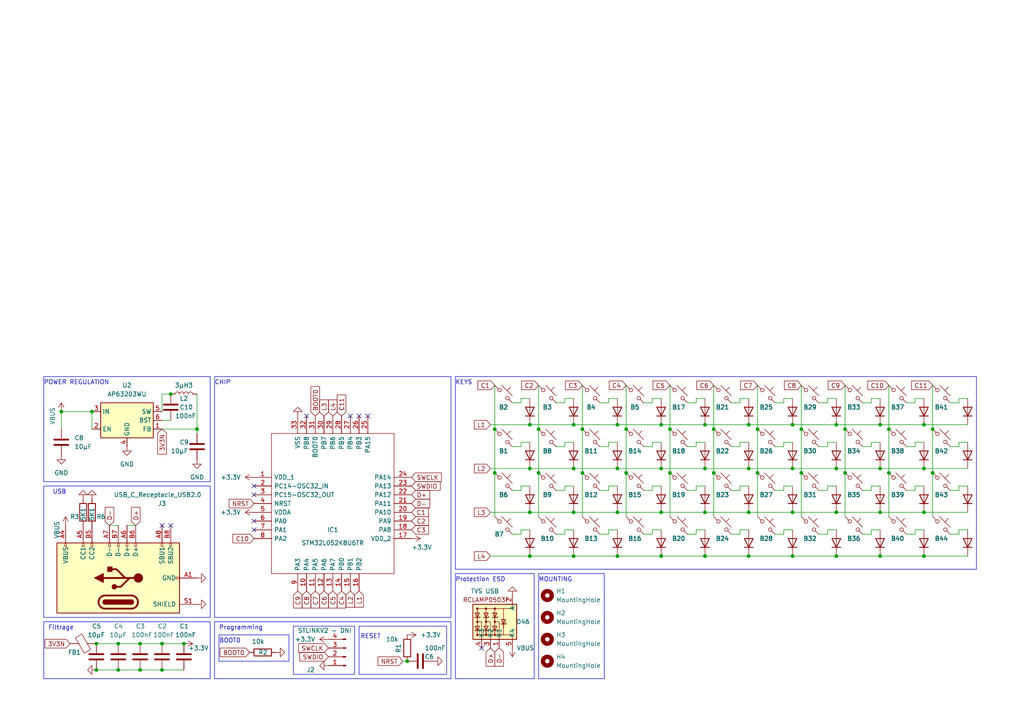
<source format=kicad_sch>
(kicad_sch (version 20230121) (generator eeschema)
  (paper "A4")
  (title_block (title "KeyBoard SteamDeck") (date "2023-10-11") (rev "V 1.0") (company "Vincent Bénet & Vincent Legouis"))
  (junction (at 204.47 161.29))
  (junction (at 143.51 124.46))
  (junction (at 153.67 161.29))
  (junction (at 179.07 161.29))
  (junction (at 229.87 148.59))
  (junction (at 57.15 124.46))
  (junction (at 166.37 148.59))
  (junction (at 53.34 186.69))
  (junction (at 46.99 194.31))
  (junction (at 229.87 123.19))
  (junction (at 166.37 135.89))
  (junction (at 194.31 137.16))
  (junction (at 245.11 124.46))
  (junction (at 179.07 148.59))
  (junction (at 217.17 161.29))
  (junction (at 207.01 124.46))
  (junction (at 229.87 161.29))
  (junction (at 168.91 137.16))
  (junction (at 242.57 161.29))
  (junction (at 217.17 123.19))
  (junction (at 232.41 124.46))
  (junction (at 166.37 161.29))
  (junction (at 40.64 186.69))
  (junction (at 27.94 186.69))
  (junction (at 242.57 135.89))
  (junction (at 34.29 194.31))
  (junction (at 255.27 123.19))
  (junction (at 194.31 124.46))
  (junction (at 143.51 137.16))
  (junction (at 27.94 194.31))
  (junction (at 34.29 186.69))
  (junction (at 181.61 137.16))
  (junction (at 255.27 135.89))
  (junction (at 49.53 114.3))
  (junction (at 179.07 135.89))
  (junction (at 270.51 137.16))
  (junction (at 166.37 123.19))
  (junction (at 153.67 135.89))
  (junction (at 118.11 191.77))
  (junction (at 207.01 137.16))
  (junction (at 219.71 124.46))
  (junction (at 245.11 137.16))
  (junction (at 181.61 124.46))
  (junction (at 156.21 137.16))
  (junction (at 191.77 148.59))
  (junction (at 217.17 135.89))
  (junction (at 257.81 137.16))
  (junction (at 232.41 137.16))
  (junction (at 270.51 124.46))
  (junction (at 26.67 119.38))
  (junction (at 267.97 148.59))
  (junction (at 17.78 119.38))
  (junction (at 229.87 135.89))
  (junction (at 267.97 123.19))
  (junction (at 204.47 135.89))
  (junction (at 153.67 123.19))
  (junction (at 217.17 148.59))
  (junction (at 242.57 148.59))
  (junction (at 46.99 186.69))
  (junction (at 168.91 124.46))
  (junction (at 242.57 123.19))
  (junction (at 179.07 123.19))
  (junction (at 204.47 148.59))
  (junction (at 219.71 137.16))
  (junction (at 191.77 135.89))
  (junction (at 191.77 161.29))
  (junction (at 191.77 123.19))
  (junction (at 267.97 135.89))
  (junction (at 257.81 124.46))
  (junction (at 153.67 148.59))
  (junction (at 255.27 148.59))
  (junction (at 40.64 194.31))
  (junction (at 267.97 161.29))
  (junction (at 204.47 123.19))
  (junction (at 255.27 161.29))
  (junction (at 156.21 124.46))
  (no_connect (at 101.6 120.65))
  (no_connect (at 73.66 151.13))
  (no_connect (at 73.66 143.51))
  (no_connect (at 49.53 152.4))
  (no_connect (at 88.9 120.65))
  (no_connect (at 106.68 120.65))
  (no_connect (at 46.99 152.4))
  (no_connect (at 73.66 140.97))
  (no_connect (at 73.66 153.67))
  (no_connect (at 104.14 120.65))
  (no_connect (at 139.7 187.96))
  (wire (pts (xy 267.97 153.67) (xy 265.43 153.67)))
  (wire (pts (xy 229.87 140.97) (xy 227.33 140.97)))
  (wire (pts (xy 191.77 128.27) (xy 189.23 128.27)))
  (wire (pts (xy 176.53 153.67) (xy 176.53 154.94)))
  (wire (pts (xy 280.67 153.67) (xy 278.13 153.67)))
  (wire (pts (xy 252.73 116.84) (xy 250.19 116.84)))
  (wire (pts (xy 280.67 128.27) (xy 278.13 128.27)))
  (wire (pts (xy 153.67 140.97) (xy 151.13 140.97)))
  (wire (pts (xy 191.77 115.57) (xy 189.23 115.57)))
  (wire (pts (xy 207.01 137.16) (xy 207.01 149.86)))
  (wire (pts (xy 240.03 154.94) (xy 237.49 154.94)))
  (wire (pts (xy 181.61 137.16) (xy 181.61 149.86)))
  (wire (pts (xy 163.83 128.27) (xy 163.83 129.54)))
  (wire (pts (xy 189.23 154.94) (xy 186.69 154.94)))
  (wire (pts (xy 240.03 129.54) (xy 237.49 129.54)))
  (wire (pts (xy 189.23 129.54) (xy 186.69 129.54)))
  (wire (pts (xy 214.63 129.54) (xy 212.09 129.54)))
  (wire (pts (xy 278.13 140.97) (xy 278.13 142.24)))
  (wire (pts (xy 214.63 153.67) (xy 214.63 154.94)))
  (wire (pts (xy 189.23 115.57) (xy 189.23 116.84)))
  (wire (pts (xy 278.13 153.67) (xy 278.13 154.94)))
  (wire (pts (xy 27.94 186.69) (xy 34.29 186.69)))
  (wire (pts (xy 267.97 140.97) (xy 265.43 140.97)))
  (wire (pts (xy 166.37 128.27) (xy 163.83 128.27)))
  (wire (pts (xy 36.83 152.4) (xy 39.37 152.4)))
  (wire (pts (xy 176.53 129.54) (xy 173.99 129.54)))
  (wire (pts (xy 267.97 128.27) (xy 265.43 128.27)))
  (wire (pts (xy 252.73 153.67) (xy 252.73 154.94)))
  (wire (pts (xy 151.13 140.97) (xy 151.13 142.24)))
  (wire (pts (xy 31.75 152.4) (xy 34.29 152.4)))
  (wire (pts (xy 57.15 124.46) (xy 57.15 125.73)))
  (wire (pts (xy 46.99 124.46) (xy 57.15 124.46)))
  (wire (pts (xy 189.23 128.27) (xy 189.23 129.54)))
  (wire (pts (xy 227.33 128.27) (xy 227.33 129.54)))
  (wire (pts (xy 255.27 128.27) (xy 252.73 128.27)))
  (wire (pts (xy 257.81 124.46) (xy 257.81 137.16)))
  (wire (pts (xy 153.67 153.67) (xy 151.13 153.67)))
  (wire (pts (xy 214.63 116.84) (xy 212.09 116.84)))
  (wire (pts (xy 143.51 137.16) (xy 143.51 149.86)))
  (wire (pts (xy 163.83 153.67) (xy 163.83 154.94)))
  (wire (pts (xy 278.13 128.27) (xy 278.13 129.54)))
  (wire (pts (xy 166.37 161.29) (xy 179.07 161.29)))
  (wire (pts (xy 240.03 115.57) (xy 240.03 116.84)))
  (wire (pts (xy 163.83 115.57) (xy 163.83 116.84)))
  (wire (pts (xy 179.07 135.89) (xy 191.77 135.89)))
  (wire (pts (xy 214.63 128.27) (xy 214.63 129.54)))
  (wire (pts (xy 242.57 115.57) (xy 240.03 115.57)))
  (wire (pts (xy 270.51 124.46) (xy 270.51 137.16)))
  (wire (pts (xy 270.51 111.76) (xy 270.51 124.46)))
  (wire (pts (xy 27.94 194.31) (xy 34.29 194.31)))
  (wire (pts (xy 40.64 186.69) (xy 46.99 186.69)))
  (wire (pts (xy 201.93 153.67) (xy 201.93 154.94)))
  (wire (pts (xy 156.21 111.76) (xy 156.21 124.46)))
  (wire (pts (xy 189.23 142.24) (xy 186.69 142.24)))
  (wire (pts (xy 255.27 140.97) (xy 252.73 140.97)))
  (wire (pts (xy 255.27 148.59) (xy 267.97 148.59)))
  (wire (pts (xy 151.13 153.67) (xy 151.13 154.94)))
  (wire (pts (xy 179.07 148.59) (xy 191.77 148.59)))
  (wire (pts (xy 153.67 148.59) (xy 166.37 148.59)))
  (wire (pts (xy 252.73 142.24) (xy 250.19 142.24)))
  (wire (pts (xy 242.57 140.97) (xy 240.03 140.97)))
  (wire (pts (xy 240.03 153.67) (xy 240.03 154.94)))
  (wire (pts (xy 229.87 153.67) (xy 227.33 153.67)))
  (wire (pts (xy 257.81 111.76) (xy 257.81 124.46)))
  (wire (pts (xy 242.57 128.27) (xy 240.03 128.27)))
  (wire (pts (xy 34.29 194.31) (xy 40.64 194.31)))
  (wire (pts (xy 151.13 142.24) (xy 148.59 142.24)))
  (wire (pts (xy 242.57 161.29) (xy 255.27 161.29)))
  (wire (pts (xy 191.77 153.67) (xy 189.23 153.67)))
  (wire (pts (xy 217.17 148.59) (xy 229.87 148.59)))
  (wire (pts (xy 26.67 119.38) (xy 26.67 124.46)))
  (wire (pts (xy 267.97 123.19) (xy 280.67 123.19)))
  (wire (pts (xy 201.93 128.27) (xy 201.93 129.54)))
  (wire (pts (xy 278.13 115.57) (xy 278.13 116.84)))
  (wire (pts (xy 176.53 142.24) (xy 173.99 142.24)))
  (wire (pts (xy 255.27 123.19) (xy 267.97 123.19)))
  (wire (pts (xy 176.53 115.57) (xy 176.53 116.84)))
  (wire (pts (xy 240.03 142.24) (xy 237.49 142.24)))
  (wire (pts (xy 156.21 137.16) (xy 156.21 149.86)))
  (wire (pts (xy 46.99 114.3) (xy 49.53 114.3)))
  (wire (pts (xy 219.71 111.76) (xy 219.71 124.46)))
  (wire (pts (xy 267.97 148.59) (xy 280.67 148.59)))
  (wire (pts (xy 163.83 142.24) (xy 161.29 142.24)))
  (wire (pts (xy 255.27 115.57) (xy 252.73 115.57)))
  (wire (pts (xy 151.13 154.94) (xy 148.59 154.94)))
  (wire (pts (xy 214.63 154.94) (xy 212.09 154.94)))
  (wire (pts (xy 163.83 140.97) (xy 163.83 142.24)))
  (wire (pts (xy 166.37 153.67) (xy 163.83 153.67)))
  (wire (pts (xy 153.67 135.89) (xy 166.37 135.89)))
  (wire (pts (xy 267.97 115.57) (xy 265.43 115.57)))
  (wire (pts (xy 191.77 135.89) (xy 204.47 135.89)))
  (wire (pts (xy 214.63 142.24) (xy 212.09 142.24)))
  (wire (pts (xy 156.21 124.46) (xy 156.21 137.16)))
  (wire (pts (xy 242.57 148.59) (xy 255.27 148.59)))
  (wire (pts (xy 240.03 116.84) (xy 237.49 116.84)))
  (wire (pts (xy 204.47 153.67) (xy 201.93 153.67)))
  (wire (pts (xy 17.78 119.38) (xy 26.67 119.38)))
  (wire (pts (xy 201.93 129.54) (xy 199.39 129.54)))
  (wire (pts (xy 232.41 124.46) (xy 232.41 137.16)))
  (wire (pts (xy 265.43 115.57) (xy 265.43 116.84)))
  (wire (pts (xy 168.91 111.76) (xy 168.91 124.46)))
  (wire (pts (xy 245.11 137.16) (xy 245.11 149.86)))
  (wire (pts (xy 232.41 137.16) (xy 232.41 149.86)))
  (wire (pts (xy 191.77 161.29) (xy 204.47 161.29)))
  (wire (pts (xy 168.91 137.16) (xy 168.91 149.86)))
  (wire (pts (xy 229.87 135.89) (xy 242.57 135.89)))
  (wire (pts (xy 240.03 128.27) (xy 240.03 129.54)))
  (wire (pts (xy 255.27 161.29) (xy 267.97 161.29)))
  (wire (pts (xy 270.51 137.16) (xy 270.51 149.86)))
  (wire (pts (xy 207.01 124.46) (xy 207.01 137.16)))
  (wire (pts (xy 153.67 128.27) (xy 151.13 128.27)))
  (wire (pts (xy 142.24 123.19) (xy 153.67 123.19)))
  (wire (pts (xy 166.37 148.59) (xy 179.07 148.59)))
  (wire (pts (xy 242.57 135.89) (xy 255.27 135.89)))
  (wire (pts (xy 163.83 154.94) (xy 161.29 154.94)))
  (wire (pts (xy 201.93 116.84) (xy 199.39 116.84)))
  (wire (pts (xy 204.47 148.59) (xy 217.17 148.59)))
  (wire (pts (xy 227.33 153.67) (xy 227.33 154.94)))
  (wire (pts (xy 194.31 111.76) (xy 194.31 124.46)))
  (wire (pts (xy 252.73 115.57) (xy 252.73 116.84)))
  (wire (pts (xy 168.91 124.46) (xy 168.91 137.16)))
  (wire (pts (xy 191.77 148.59) (xy 204.47 148.59)))
  (wire (pts (xy 151.13 116.84) (xy 148.59 116.84)))
  (wire (pts (xy 201.93 115.57) (xy 201.93 116.84)))
  (wire (pts (xy 227.33 142.24) (xy 224.79 142.24)))
  (wire (pts (xy 189.23 140.97) (xy 189.23 142.24)))
  (wire (pts (xy 176.53 140.97) (xy 176.53 142.24)))
  (wire (pts (xy 143.51 111.76) (xy 143.51 124.46)))
  (wire (pts (xy 151.13 129.54) (xy 148.59 129.54)))
  (wire (pts (xy 280.67 140.97) (xy 278.13 140.97)))
  (wire (pts (xy 181.61 124.46) (xy 181.61 137.16)))
  (wire (pts (xy 46.99 186.69) (xy 53.34 186.69)))
  (wire (pts (xy 204.47 128.27) (xy 201.93 128.27)))
  (wire (pts (xy 176.53 154.94) (xy 173.99 154.94)))
  (wire (pts (xy 204.47 123.19) (xy 217.17 123.19)))
  (wire (pts (xy 217.17 123.19) (xy 229.87 123.19)))
  (wire (pts (xy 201.93 154.94) (xy 199.39 154.94)))
  (wire (pts (xy 151.13 115.57) (xy 151.13 116.84)))
  (wire (pts (xy 151.13 128.27) (xy 151.13 129.54)))
  (wire (pts (xy 252.73 129.54) (xy 250.19 129.54)))
  (wire (pts (xy 166.37 115.57) (xy 163.83 115.57)))
  (wire (pts (xy 217.17 153.67) (xy 214.63 153.67)))
  (wire (pts (xy 153.67 161.29) (xy 166.37 161.29)))
  (wire (pts (xy 267.97 135.89) (xy 280.67 135.89)))
  (wire (pts (xy 227.33 115.57) (xy 227.33 116.84)))
  (wire (pts (xy 265.43 140.97) (xy 265.43 142.24)))
  (wire (pts (xy 217.17 135.89) (xy 229.87 135.89)))
  (wire (pts (xy 189.23 153.67) (xy 189.23 154.94)))
  (wire (pts (xy 181.61 111.76) (xy 181.61 124.46)))
  (wire (pts (xy 240.03 140.97) (xy 240.03 142.24)))
  (wire (pts (xy 142.24 135.89) (xy 153.67 135.89)))
  (wire (pts (xy 166.37 123.19) (xy 179.07 123.19)))
  (wire (pts (xy 242.57 153.67) (xy 240.03 153.67)))
  (wire (pts (xy 227.33 129.54) (xy 224.79 129.54)))
  (wire (pts (xy 163.83 129.54) (xy 161.29 129.54)))
  (wire (pts (xy 217.17 128.27) (xy 214.63 128.27)))
  (wire (pts (xy 255.27 153.67) (xy 252.73 153.67)))
  (wire (pts (xy 194.31 137.16) (xy 194.31 149.86)))
  (wire (pts (xy 142.24 161.29) (xy 153.67 161.29)))
  (wire (pts (xy 229.87 148.59) (xy 242.57 148.59)))
  (wire (pts (xy 153.67 115.57) (xy 151.13 115.57)))
  (wire (pts (xy 278.13 129.54) (xy 275.59 129.54)))
  (wire (pts (xy 252.73 140.97) (xy 252.73 142.24)))
  (wire (pts (xy 252.73 154.94) (xy 250.19 154.94)))
  (wire (pts (xy 242.57 123.19) (xy 255.27 123.19)))
  (wire (pts (xy 227.33 116.84) (xy 224.79 116.84)))
  (wire (pts (xy 179.07 115.57) (xy 176.53 115.57)))
  (wire (pts (xy 191.77 123.19) (xy 204.47 123.19)))
  (wire (pts (xy 46.99 194.31) (xy 53.34 194.31)))
  (wire (pts (xy 166.37 135.89) (xy 179.07 135.89)))
  (wire (pts (xy 207.01 111.76) (xy 207.01 124.46)))
  (wire (pts (xy 245.11 111.76) (xy 245.11 124.46)))
  (wire (pts (xy 204.47 140.97) (xy 201.93 140.97)))
  (wire (pts (xy 255.27 135.89) (xy 267.97 135.89)))
  (wire (pts (xy 17.78 124.46) (xy 17.78 119.38)))
  (wire (pts (xy 219.71 124.46) (xy 219.71 137.16)))
  (wire (pts (xy 278.13 116.84) (xy 275.59 116.84)))
  (wire (pts (xy 57.15 114.3) (xy 57.15 124.46)))
  (wire (pts (xy 229.87 128.27) (xy 227.33 128.27)))
  (wire (pts (xy 227.33 154.94) (xy 224.79 154.94)))
  (wire (pts (xy 214.63 115.57) (xy 214.63 116.84)))
  (wire (pts (xy 189.23 116.84) (xy 186.69 116.84)))
  (wire (pts (xy 179.07 123.19) (xy 191.77 123.19)))
  (wire (pts (xy 179.07 140.97) (xy 176.53 140.97)))
  (wire (pts (xy 194.31 124.46) (xy 194.31 137.16)))
  (wire (pts (xy 143.51 124.46) (xy 143.51 137.16)))
  (wire (pts (xy 201.93 142.24) (xy 199.39 142.24)))
  (wire (pts (xy 267.97 161.29) (xy 280.67 161.29)))
  (wire (pts (xy 46.99 121.92) (xy 49.53 121.92)))
  (wire (pts (xy 217.17 140.97) (xy 214.63 140.97)))
  (wire (pts (xy 229.87 115.57) (xy 227.33 115.57)))
  (wire (pts (xy 219.71 137.16) (xy 219.71 149.86)))
  (wire (pts (xy 176.53 116.84) (xy 173.99 116.84)))
  (wire (pts (xy 166.37 140.97) (xy 163.83 140.97)))
  (wire (pts (xy 229.87 161.29) (xy 242.57 161.29)))
  (wire (pts (xy 257.81 137.16) (xy 257.81 149.86)))
  (wire (pts (xy 179.07 153.67) (xy 176.53 153.67)))
  (wire (pts (xy 34.29 186.69) (xy 40.64 186.69)))
  (wire (pts (xy 176.53 128.27) (xy 176.53 129.54)))
  (wire (pts (xy 245.11 124.46) (xy 245.11 137.16)))
  (wire (pts (xy 265.43 142.24) (xy 262.89 142.24)))
  (wire (pts (xy 280.67 115.57) (xy 278.13 115.57)))
  (wire (pts (xy 204.47 135.89) (xy 217.17 135.89)))
  (wire (pts (xy 179.07 128.27) (xy 176.53 128.27)))
  (wire (pts (xy 179.07 161.29) (xy 191.77 161.29)))
  (wire (pts (xy 204.47 115.57) (xy 201.93 115.57)))
  (wire (pts (xy 46.99 119.38) (xy 46.99 114.3)))
  (wire (pts (xy 265.43 153.67) (xy 265.43 154.94)))
  (wire (pts (xy 201.93 140.97) (xy 201.93 142.24)))
  (wire (pts (xy 278.13 142.24) (xy 275.59 142.24)))
  (wire (pts (xy 232.41 111.76) (xy 232.41 124.46)))
  (wire (pts (xy 265.43 128.27) (xy 265.43 129.54)))
  (wire (pts (xy 40.64 194.31) (xy 46.99 194.31)))
  (wire (pts (xy 214.63 140.97) (xy 214.63 142.24)))
  (wire (pts (xy 163.83 116.84) (xy 161.29 116.84)))
  (wire (pts (xy 278.13 154.94) (xy 275.59 154.94)))
  (wire (pts (xy 252.73 128.27) (xy 252.73 129.54)))
  (wire (pts (xy 217.17 161.29) (xy 229.87 161.29)))
  (wire (pts (xy 191.77 140.97) (xy 189.23 140.97)))
  (wire (pts (xy 116.84 191.77) (xy 118.11 191.77)))
  (wire (pts (xy 204.47 161.29) (xy 217.17 161.29)))
  (wire (pts (xy 229.87 123.19) (xy 242.57 123.19)))
  (wire (pts (xy 142.24 148.59) (xy 153.67 148.59)))
  (wire (pts (xy 265.43 154.94) (xy 262.89 154.94)))
  (wire (pts (xy 217.17 115.57) (xy 214.63 115.57)))
  (wire (pts (xy 265.43 129.54) (xy 262.89 129.54)))
  (wire (pts (xy 265.43 116.84) (xy 262.89 116.84)))
  (wire (pts (xy 153.67 123.19) (xy 166.37 123.19)))
  (wire (pts (xy 227.33 140.97) (xy 227.33 142.24)))
  (rectangle (start 62.23 109.22) (end 130.81 179.07))
  (rectangle (start 12.7 180.34) (end 60.96 196.85))
  (rectangle (start 62.23 180.34) (end 130.81 196.85))
  (rectangle (start 104.14 181.61) (end 129.54 195.58))
  (rectangle (start 12.7 109.22) (end 60.96 139.7))
  (rectangle (start 132.08 109.22) (end 283.21 165.1))
  (rectangle (start 85.09 181.61) (end 102.87 195.58))
  (rectangle (start 63.5 184.15) (end 83.82 191.77))
  (rectangle (start 156.21 166.37) (end 175.26 196.85))
  (rectangle (start 132.08 166.37) (end 154.94 196.85))
  (rectangle (start 12.7 140.97) (end 60.96 179.07))
  (text "CHIP" (at 62.23 111.76 0) (effects (font (size 1.27 1.27)) (justify left bottom)))
  (text "Filtrage" (at 13.97 182.88 0) (effects (font (size 1.27 1.27)) (justify left bottom)))
  (text "KEYS" (at 132.08 111.76 0) (effects (font (size 1.27 1.27)) (justify left bottom)))
  (text "MOUNTING" (at 156.21 168.91 0) (effects (font (size 1.27 1.27)) (justify left bottom)))
  (text "POWER REGULATION" (at 12.7 111.76 0) (effects (font (size 1.27 1.27)) (justify left bottom)))
  (text "RESET" (at 110.49 185.42 0) (effects (font (size 1.27 1.27)) (justify right bottom)))
  (text "BOOT0" (at 69.85 186.69 0) (effects (font (size 1.27 1.27)) (justify right bottom)))
  (text "Protection ESD" (at 132.08 168.91 0) (effects (font (size 1.27 1.27)) (justify left bottom)))
  (text "USB" (at 15.24 143.51 0) (effects (font (size 1.27 1.27)) (justify left bottom)))
  (text "Programming" (at 63.5 182.88 0) (effects (font (size 1.27 1.27)) (justify left bottom)))
  (global_label "C3" (shape input) (at 168.91 111.76 180) (property "Intersheetrefs" "${INTERSHEET_REFS}" (effects hide)))
  (global_label "C9" (shape input) (at 86.36 171.45 270) (property "Intersheetrefs" "${INTERSHEET_REFS}" (effects hide)))
  (global_label "L1" (shape input) (at 104.14 171.45 270) (property "Intersheetrefs" "${INTERSHEET_REFS}" (effects hide)))
  (global_label "SWDIO" (shape input) (at 119.38 140.97 0) (property "Intersheetrefs" "${INTERSHEET_REFS}" (effects hide)))
  (global_label "D-" (shape input) (at 119.38 146.05 0) (property "Intersheetrefs" "${INTERSHEET_REFS}" (effects hide)))
  (global_label "D+" (shape input) (at 119.38 143.51 0) (property "Intersheetrefs" "${INTERSHEET_REFS}" (effects hide)))
  (global_label "C8" (shape input) (at 88.9 171.45 270) (property "Intersheetrefs" "${INTERSHEET_REFS}" (effects hide)))
  (global_label "C11" (shape input) (at 270.51 111.76 180) (property "Intersheetrefs" "${INTERSHEET_REFS}" (effects hide)))
  (global_label "C5" (shape input) (at 96.52 171.45 270) (property "Intersheetrefs" "${INTERSHEET_REFS}" (effects hide)))
  (global_label "C9" (shape input) (at 245.11 111.76 180) (property "Intersheetrefs" "${INTERSHEET_REFS}" (effects hide)))
  (global_label "D+" (shape input) (at 39.37 152.4 90) (property "Intersheetrefs" "${INTERSHEET_REFS}" (effects hide)))
  (global_label "L3" (shape input) (at 142.24 148.59 180) (property "Intersheetrefs" "${INTERSHEET_REFS}" (effects hide)))
  (global_label "L1" (shape input) (at 142.24 123.19 180) (property "Intersheetrefs" "${INTERSHEET_REFS}" (effects hide)))
  (global_label "C3" (shape input) (at 119.38 153.67 0) (property "Intersheetrefs" "${INTERSHEET_REFS}" (effects hide)))
  (global_label "3V3N" (shape input) (at 20.32 186.69 180) (property "Intersheetrefs" "${INTERSHEET_REFS}" (effects hide)))
  (global_label "C10" (shape input) (at 73.66 156.21 180) (property "Intersheetrefs" "${INTERSHEET_REFS}" (effects hide)))
  (global_label "D+" (shape input) (at 142.24 187.96 270) (property "Intersheetrefs" "${INTERSHEET_REFS}" (effects hide)))
  (global_label "NRST" (shape input) (at 116.84 191.77 180) (property "Intersheetrefs" "${INTERSHEET_REFS}" (effects hide)))
  (global_label "C2" (shape input) (at 156.21 111.76 180) (property "Intersheetrefs" "${INTERSHEET_REFS}" (effects hide)))
  (global_label "BOOT0" (shape input) (at 91.44 120.65 90) (property "Intersheetrefs" "${INTERSHEET_REFS}" (effects hide)))
  (global_label "C4" (shape input) (at 181.61 111.76 180) (property "Intersheetrefs" "${INTERSHEET_REFS}" (effects hide)))
  (global_label "C4" (shape input) (at 99.06 171.45 270) (property "Intersheetrefs" "${INTERSHEET_REFS}" (effects hide)))
  (global_label "SWCLK" (shape input) (at 95.25 187.96 180) (property "Intersheetrefs" "${INTERSHEET_REFS}" (effects hide)))
  (global_label "L4" (shape input) (at 96.52 120.65 90) (property "Intersheetrefs" "${INTERSHEET_REFS}" (effects hide)))
  (global_label "C7" (shape input) (at 91.44 171.45 270) (property "Intersheetrefs" "${INTERSHEET_REFS}" (effects hide)))
  (global_label "L2" (shape input) (at 142.24 135.89 180) (property "Intersheetrefs" "${INTERSHEET_REFS}" (effects hide)))
  (global_label "C8" (shape input) (at 232.41 111.76 180) (property "Intersheetrefs" "${INTERSHEET_REFS}" (effects hide)))
  (global_label "C10" (shape input) (at 257.81 111.76 180) (property "Intersheetrefs" "${INTERSHEET_REFS}" (effects hide)))
  (global_label "C5" (shape input) (at 194.31 111.76 180) (property "Intersheetrefs" "${INTERSHEET_REFS}" (effects hide)))
  (global_label "C7" (shape input) (at 219.71 111.76 180) (property "Intersheetrefs" "${INTERSHEET_REFS}" (effects hide)))
  (global_label "BOOT0" (shape input) (at 72.39 189.23 180) (property "Intersheetrefs" "${INTERSHEET_REFS}" (effects hide)))
  (global_label "C1" (shape input) (at 119.38 148.59 0) (property "Intersheetrefs" "${INTERSHEET_REFS}" (effects hide)))
  (global_label "L2" (shape input) (at 101.6 171.45 270) (property "Intersheetrefs" "${INTERSHEET_REFS}" (effects hide)))
  (global_label "C2" (shape input) (at 119.38 151.13 0) (property "Intersheetrefs" "${INTERSHEET_REFS}" (effects hide)))
  (global_label "3V3N" (shape input) (at 46.99 124.46 270) (property "Intersheetrefs" "${INTERSHEET_REFS}" (effects hide)))
  (global_label "D-" (shape input) (at 144.78 187.96 270) (property "Intersheetrefs" "${INTERSHEET_REFS}" (effects hide)))
  (global_label "SWDIO" (shape input) (at 95.25 190.5 180) (property "Intersheetrefs" "${INTERSHEET_REFS}" (effects hide)))
  (global_label "SWCLK" (shape input) (at 119.38 138.43 0) (property "Intersheetrefs" "${INTERSHEET_REFS}" (effects hide)))
  (global_label "NRST" (shape input) (at 73.66 146.05 180) (property "Intersheetrefs" "${INTERSHEET_REFS}" (effects hide)))
  (global_label "C6" (shape input) (at 207.01 111.76 180) (property "Intersheetrefs" "${INTERSHEET_REFS}" (effects hide)))
  (global_label "C6" (shape input) (at 93.98 171.45 270) (property "Intersheetrefs" "${INTERSHEET_REFS}" (effects hide)))
  (global_label "C11" (shape input) (at 99.06 120.65 90) (property "Intersheetrefs" "${INTERSHEET_REFS}" (effects hide)))
  (global_label "L3" (shape input) (at 93.98 120.65 90) (property "Intersheetrefs" "${INTERSHEET_REFS}" (effects hide)))
  (global_label "D-" (shape input) (at 31.75 152.4 90) (property "Intersheetrefs" "${INTERSHEET_REFS}" (effects hide)))
  (global_label "C1" (shape input) (at 143.51 111.76 180) (property "Intersheetrefs" "${INTERSHEET_REFS}" (effects hide)))
  (global_label "L4" (shape input) (at 142.24 161.29 180) (property "Intersheetrefs" "${INTERSHEET_REFS}" (effects hide)))
  (symbol (lib_id "Connector:Conn_01x04_Pin") (at 100.33 190.5 180) (unit 1)
    (property "Reference" "J2" (at 88.9 194.31 0) (effects (justify right)))
    (property "Value" "STLINKV2 - DNI" (at 86.36 182.88 0) (effects (justify right)))
    (property "Footprint" "Connector_PinHeader_2.54mm:PinHeader_1x04_P2.54mm_Vertical" (effects hide))
    (property "Datasheet" "https://www.we-online.com/katalog/datasheet/6130xx11121.pdf" (effects hide))
    (property "Manufacturer" "Würth Elektronik" (effects hide))
    (property "SKU" "732-5317-ND" (effects hide))
    (property "Vendor" "Digikey" (effects hide))
    (property "Description" "CONN HEADER VERT 4POS 2.54MM" (effects hide))
    (property "MPN" "61300411121" (effects hide))
    (property "Package" "2.54" (effects hide))
    (property "Type" "thru-hole" (effects hide))
    (property "Item" "105" (effects hide))
    (property "URL" "https://www.digikey.fr/en/products/detail/w%C3%BCrth-elektronik/61300411121/4846827" (effects hide))
  )
  (symbol (lib_id "Device:D") (at 242.57 157.48 90) (unit 1)
    (property "Reference" "D36" (effects hide))
    (property "Value" "1N4148WX-TP" (effects hide))
    (property "Footprint" "Diode_SMD:D_SOD-323_HandSoldering" (effects hide))
    (property "Datasheet" "https://www.mccsemi.com/pdf/Products/1N4148WX(SOD-323).pdf" (effects hide))
    (property "Manufacturer" "Micro Commercial Co" (effects hide))
    (property "SKU" "1N4148WXTPMSCT-ND" (effects hide))
    (property "Vendor" "Digikey" (effects hide))
    (property "MPN" "1N4148WX-TP" (effects hide))
    (property "Description" "DIODE GEN PURP 75V 150MA SOD323" (effects hide))
    (property "Package" "SOD-323" (effects hide))
    (property "Type" "SMD" (effects hide))
    (property "Item" "89" (effects hide))
    (property "URL" "https://www.digikey.fr/en/products/detail/micro-commercial-co/1n4148wx-tp/717197" (effects hide))
  )
  (symbol (lib_id "New_Library:RCLAMP0503F") (at 137.16 181.61 180) (unit 1)
    (property "Reference" "D46" (at 153.67 180.34 0) (effects (justify left)))
    (property "Value" "TVS USB" (at 144.78 171.45 0) (effects (justify left)))
    (property "Footprint" "Package_TO_SOT_SMD:SOT-353_SC-70-5" (effects hide))
    (property "Datasheet" "https://www.digikey.fr/fr/products/detail/semtech-corporation/RCLAMP0503F-TCT/5113629" (effects hide))
    (property "Manufacturer" "Semtech Corporation" (effects hide))
    (property "SKU" "RCLAMP0503F.TCTCT-ND" (effects hide))
    (property "Vendor" "Digikey" (effects hide))
    (property "MPN" "RCLAMP0503F.TCT" (effects hide))
    (property "Description" "TVS DIODE 5VWM 25VC SC70-5" (effects hide))
    (property "Package" "SOT-353" (effects hide))
    (property "Type" "SMD" (effects hide))
    (property "Item" "98" (effects hide))
    (property "URL" "https://www.digikey.fr/en/products/detail/semtech-corporation/rclamp0503f-tct/5113629" (effects hide))
  )
  (symbol (lib_id "power:GND") (at 57.15 133.35 0) (unit 1)
    (property "Reference" "#PWR019" (effects hide))
    (property "Value" "GND" (at 57.15 138.43 0))
  )
  (symbol (lib_id "power:+3.3V") (at 73.66 138.43 90) (unit 1)
    (property "Reference" "#PWR02" (effects hide))
    (property "Value" "+3.3V" (at 69.85 138.43 90) (effects (justify left)))
  )
  (symbol (lib_id "Device:D") (at 255.27 144.78 90) (unit 1)
    (property "Reference" "D37" (effects hide))
    (property "Value" "1N4148WX-TP" (effects hide))
    (property "Footprint" "Diode_SMD:D_SOD-323_HandSoldering" (effects hide))
    (property "Datasheet" "https://www.mccsemi.com/pdf/Products/1N4148WX(SOD-323).pdf" (effects hide))
    (property "Manufacturer" "Micro Commercial Co" (effects hide))
    (property "SKU" "1N4148WXTPMSCT-ND" (effects hide))
    (property "Vendor" "Digikey" (effects hide))
    (property "MPN" "1N4148WX-TP" (effects hide))
    (property "Description" "DIODE GEN PURP 75V 150MA SOD323" (effects hide))
    (property "Package" "SOD-323" (effects hide))
    (property "Type" "SMD" (effects hide))
    (property "Item" "90" (effects hide))
    (property "URL" "https://www.digikey.fr/en/products/detail/micro-commercial-co/1n4148wx-tp/717197" (effects hide))
  )
  (symbol (lib_id "PCM_marbastlib-mx:MX_SW_solder") (at 234.95 152.4 0) (unit 1)
    (property "Reference" "B32" (at 234.95 156.21 0) (effects (font bold)))
    (property "Value" "MX_SW_solder - DNI" (effects hide))
    (property "Footprint" "footprints:SW_Cherry_MX_1.00u_PCB" (effects hide))
    (property "Datasheet" "https://www.cherrymx.de/_Resources/Persistent/b/3/5/4/b354b7275b9afb1f1a1a69b45b317057791cd38a/Data_sheet_MX2A_Red.pdf" (effects hide))
    (property "Manufacturer" "cherrymx" (effects hide))
    (property "SKU" "39810772959301" (effects hide))
    (property "Vendor" "boutique-keycaps" (effects hide))
    (property "Description" "CHERRY MX RED" (effects hide))
    (property "MPN" "MX2A-L1NN" (effects hide))
    (property "Type" "thru-hole" (effects hide))
    (property "Item" "32" (effects hide))
    (property "URL" "https://boutique-keycaps.com/products/cherry-mx-red?variant=39810772959301" (effects hide))
  )
  (symbol (lib_id "PCM_marbastlib-mx:MX_SW_solder") (at 273.05 139.7 0) (unit 1)
    (property "Reference" "B43" (at 273.05 143.51 0) (effects (font bold)))
    (property "Value" "MX_SW_solder - DNI" (effects hide))
    (property "Footprint" "footprints:SW_Cherry_MX_1.00u_PCB" (effects hide))
    (property "Datasheet" "https://www.cherrymx.de/_Resources/Persistent/b/3/5/4/b354b7275b9afb1f1a1a69b45b317057791cd38a/Data_sheet_MX2A_Red.pdf" (effects hide))
    (property "Manufacturer" "cherrymx" (effects hide))
    (property "SKU" "39810772959301" (effects hide))
    (property "Vendor" "boutique-keycaps" (effects hide))
    (property "Description" "CHERRY MX RED" (effects hide))
    (property "MPN" "MX2A-L1NN" (effects hide))
    (property "Type" "thru-hole" (effects hide))
    (property "Item" "43" (effects hide))
    (property "URL" "https://boutique-keycaps.com/products/cherry-mx-red?variant=39810772959301" (effects hide))
  )
  (symbol (lib_id "Device:D") (at 179.07 157.48 90) (unit 1)
    (property "Reference" "D26" (effects hide))
    (property "Value" "1N4148WX-TP" (effects hide))
    (property "Footprint" "Diode_SMD:D_SOD-323_HandSoldering" (effects hide))
    (property "Datasheet" "https://www.mccsemi.com/pdf/Products/1N4148WX(SOD-323).pdf" (effects hide))
    (property "Manufacturer" "Micro Commercial Co" (effects hide))
    (property "SKU" "1N4148WXTPMSCT-ND" (effects hide))
    (property "Vendor" "Digikey" (effects hide))
    (property "MPN" "1N4148WX-TP" (effects hide))
    (property "Description" "DIODE GEN PURP 75V 150MA SOD323" (effects hide))
    (property "Package" "SOD-323" (effects hide))
    (property "Type" "SMD" (effects hide))
    (property "Item" "79" (effects hide))
    (property "URL" "https://www.digikey.fr/en/products/detail/micro-commercial-co/1n4148wx-tp/717197" (effects hide))
  )
  (symbol (lib_id "PCM_marbastlib-mx:MX_SW_solder") (at 209.55 114.3 0) (unit 1)
    (property "Reference" "B21" (at 209.55 118.11 0) (effects (font bold)))
    (property "Value" "MX_SW_solder - DNI" (effects hide))
    (property "Footprint" "footprints:SW_Cherry_MX_1.00u_PCB" (effects hide))
    (property "Datasheet" "https://www.cherrymx.de/_Resources/Persistent/b/3/5/4/b354b7275b9afb1f1a1a69b45b317057791cd38a/Data_sheet_MX2A_Red.pdf" (effects hide))
    (property "Manufacturer" "cherrymx" (effects hide))
    (property "SKU" "39810772959301" (effects hide))
    (property "Vendor" "boutique-keycaps" (effects hide))
    (property "Description" "CHERRY MX RED" (effects hide))
    (property "MPN" "MX2A-L1NN" (effects hide))
    (property "Type" "thru-hole" (effects hide))
    (property "Item" "21" (effects hide))
    (property "URL" "https://boutique-keycaps.com/products/cherry-mx-red?variant=39810772959301" (effects hide))
  )
  (symbol (lib_id "Device:D") (at 242.57 144.78 90) (unit 1)
    (property "Reference" "D35" (effects hide))
    (property "Value" "1N4148WX-TP" (effects hide))
    (property "Footprint" "Diode_SMD:D_SOD-323_HandSoldering" (effects hide))
    (property "Datasheet" "https://www.mccsemi.com/pdf/Products/1N4148WX(SOD-323).pdf" (effects hide))
    (property "Manufacturer" "Micro Commercial Co" (effects hide))
    (property "SKU" "1N4148WXTPMSCT-ND" (effects hide))
    (property "Vendor" "Digikey" (effects hide))
    (property "MPN" "1N4148WX-TP" (effects hide))
    (property "Description" "DIODE GEN PURP 75V 150MA SOD323" (effects hide))
    (property "Package" "SOD-323" (effects hide))
    (property "Type" "SMD" (effects hide))
    (property "Item" "88" (effects hide))
    (property "URL" "https://www.digikey.fr/en/products/detail/micro-commercial-co/1n4148wx-tp/717197" (effects hide))
  )
  (symbol (lib_id "Device:C") (at 46.99 190.5 0) (mirror x) (unit 1)
    (property "Reference" "C2" (at 45.72 181.61 0) (effects (justify left)))
    (property "Value" "100nF" (at 44.45 184.15 0) (effects (justify left)))
    (property "Footprint" "Capacitor_SMD:C_0402_1005Metric" (effects hide))
    (property "Datasheet" "https://www.yageo.com/upload/media/product/productsearch/datasheet/mlcc/UPY-GPHC_Y5V_6.3V-to-50V_13.pdf" (effects hide))
    (property "Manufacturer" "YAGEO" (effects hide))
    (property "SKU" "311-1047-1-ND" (effects hide))
    (property "Vendor" "Digikey" (effects hide))
    (property "MPN" "CC0402ZRY5V7BB104" (effects hide))
    (property "Description" "CAP CER 0.1UF 16V Y5V 0402" (effects hide))
    (property "Package" "402" (effects hide))
    (property "Type" "SMD" (effects hide))
    (property "Item" "46" (effects hide))
    (property "URL" "https://www.digikey.fr/en/products/detail/yageo/CC0402ZRY5V7BB104/302781" (effects hide))
  )
  (symbol (lib_id "Device:D") (at 242.57 132.08 90) (unit 1)
    (property "Reference" "D3" (effects hide))
    (property "Value" "1N4148WX-TP" (effects hide))
    (property "Footprint" "Diode_SMD:D_SOD-323_HandSoldering" (effects hide))
    (property "Datasheet" "https://www.mccsemi.com/pdf/Products/1N4148WX(SOD-323).pdf" (effects hide))
    (property "Manufacturer" "Micro Commercial Co" (effects hide))
    (property "SKU" "1N4148WXTPMSCT-ND" (effects hide))
    (property "Vendor" "Digikey" (effects hide))
    (property "MPN" "1N4148WX-TP" (effects hide))
    (property "Description" "DIODE GEN PURP 75V 150MA SOD323" (effects hide))
    (property "Package" "SOD-323" (effects hide))
    (property "Type" "SMD" (effects hide))
    (property "Item" "56" (effects hide))
    (property "URL" "https://www.digikey.fr/en/products/detail/micro-commercial-co/1n4148wx-tp/717197" (effects hide))
  )
  (symbol (lib_id "power:GND") (at 36.83 129.54 0) (unit 1)
    (property "Reference" "#PWR09" (effects hide))
    (property "Value" "GND" (at 36.83 134.62 0))
  )
  (symbol (lib_id "Mechanical:MountingHole") (at 158.75 185.42 0) (unit 1)
    (property "Reference" "H3" (at 161.29 184.15 0) (effects (justify left)))
    (property "Value" "MountingHole" (at 161.29 186.69 0) (effects (justify left)))
    (property "Footprint" "MountingHole:MountingHole_3.2mm_M3" (effects hide))
    (property "Datasheet" "X" (effects hide))
    (property "Manufacturer" "X" (effects hide))
    (property "SKU" "X" (effects hide))
    (property "Vendor" "X" (effects hide))
    (property "Package" "X" (effects hide))
    (property "Type" "thru-hole" (effects hide))
    (property "Description" "M3 MOUNTING HOLE" (effects hide))
    (property "Item" "102" (effects hide))
    (property "URL" "X" (effects hide))
  )
  (symbol (lib_id "power:GND") (at 24.13 144.78 180) (unit 1)
    (property "Reference" "#PWR027" (effects hide))
    (property "Value" "GND" (effects hide))
  )
  (symbol (lib_id "Mechanical:MountingHole") (at 158.75 191.77 0) (unit 1)
    (property "Reference" "H4" (at 161.29 190.5 0) (effects (justify left)))
    (property "Value" "MountingHole" (at 161.29 193.04 0) (effects (justify left)))
    (property "Footprint" "MountingHole:MountingHole_3.2mm_M3" (effects hide))
    (property "Datasheet" "X" (effects hide))
    (property "Manufacturer" "X" (effects hide))
    (property "SKU" "X" (effects hide))
    (property "Vendor" "X" (effects hide))
    (property "Package" "X" (effects hide))
    (property "Type" "thru-hole" (effects hide))
    (property "Description" "M3 MOUNTING HOLE" (effects hide))
    (property "Item" "103" (effects hide))
    (property "URL" "X" (effects hide))
  )
  (symbol (lib_id "PCM_marbastlib-mx:MX_SW_solder") (at 222.25 139.7 0) (unit 1)
    (property "Reference" "B27" (at 222.25 143.51 0) (effects (font bold)))
    (property "Value" "MX_SW_solder - DNI" (effects hide))
    (property "Footprint" "footprints:SW_Cherry_MX_1.00u_PCB" (effects hide))
    (property "Datasheet" "https://www.cherrymx.de/_Resources/Persistent/b/3/5/4/b354b7275b9afb1f1a1a69b45b317057791cd38a/Data_sheet_MX2A_Red.pdf" (effects hide))
    (property "Manufacturer" "cherrymx" (effects hide))
    (property "SKU" "39810772959301" (effects hide))
    (property "Vendor" "boutique-keycaps" (effects hide))
    (property "Description" "CHERRY MX RED" (effects hide))
    (property "MPN" "MX2A-L1NN" (effects hide))
    (property "Type" "thru-hole" (effects hide))
    (property "Item" "27" (effects hide))
    (property "URL" "https://boutique-keycaps.com/products/cherry-mx-red?variant=39810772959301" (effects hide))
  )
  (symbol (lib_id "Device:D") (at 179.07 119.38 90) (unit 1)
    (property "Reference" "D13" (effects hide))
    (property "Value" "1N4148WX-TP" (effects hide))
    (property "Footprint" "Diode_SMD:D_SOD-323_HandSoldering" (effects hide))
    (property "Datasheet" "https://www.mccsemi.com/pdf/Products/1N4148WX(SOD-323).pdf" (effects hide))
    (property "Manufacturer" "Micro Commercial Co" (effects hide))
    (property "SKU" "1N4148WXTPMSCT-ND" (effects hide))
    (property "Vendor" "Digikey" (effects hide))
    (property "MPN" "1N4148WX-TP" (effects hide))
    (property "Description" "DIODE GEN PURP 75V 150MA SOD323" (effects hide))
    (property "Package" "SOD-323" (effects hide))
    (property "Type" "SMD" (effects hide))
    (property "Item" "66" (effects hide))
    (property "URL" "https://www.digikey.fr/en/products/detail/micro-commercial-co/1n4148wx-tp/717197" (effects hide))
  )
  (symbol (lib_id "Device:R") (at 26.67 148.59 0) (unit 1)
    (property "Reference" "R6" (at 27.94 149.86 0) (effects (justify left)))
    (property "Value" "5K1" (at 26.67 151.13 90) (effects (justify left)))
    (property "Footprint" "Resistor_SMD:R_0402_1005Metric" (effects hide))
    (property "Datasheet" "https://www.koaspeer.com/pdfs/RN73R.pdf" (effects hide))
    (property "Manufacturer" "KOA Speer Electronics, Inc." (effects hide))
    (property "SKU" "2019-RN73R1ETTP5101B25CT-ND" (effects hide))
    (property "Vendor" "Digikey" (effects hide))
    (property "MPN" "RN73R1ETTP5101B25" (effects hide))
    (property "Description" "RES 5.1K OHM 0.1% 1/16W 0402" (effects hide))
    (property "Package" "402" (effects hide))
    (property "Type" "SMD" (effects hide))
    (property "Item" "111" (effects hide))
    (property "URL" "https://www.digikey.fr/en/products/detail/koa-speer-electronics-inc/rn73r1ettp5101b25/9991854" (effects hide))
  )
  (symbol (lib_id "PCM_marbastlib-mx:MX_SW_solder") (at 146.05 127 0) (unit 1)
    (property "Reference" "B1" (at 146.05 130.81 0) (effects (font bold)))
    (property "Value" "MX_SW_solder - DNI" (effects hide))
    (property "Footprint" "footprints:SW_Cherry_MX_1.00u_PCB" (effects hide))
    (property "Datasheet" "https://www.cherrymx.de/_Resources/Persistent/b/3/5/4/b354b7275b9afb1f1a1a69b45b317057791cd38a/Data_sheet_MX2A_Red.pdf" (effects hide))
    (property "Manufacturer" "cherrymx" (effects hide))
    (property "SKU" "39810772959301" (effects hide))
    (property "Vendor" "boutique-keycaps" (effects hide))
    (property "Description" "CHERRY MX RED" (effects hide))
    (property "MPN" "MX2A-L1NN" (effects hide))
    (property "Type" "thru-hole" (effects hide))
    (property "Item" "1" (effects hide))
    (property "URL" "https://boutique-keycaps.com/products/cherry-mx-red?variant=39810772959301" (effects hide))
  )
  (symbol (lib_id "Device:D") (at 191.77 119.38 90) (unit 1)
    (property "Reference" "D14" (effects hide))
    (property "Value" "1N4148WX-TP" (effects hide))
    (property "Footprint" "Diode_SMD:D_SOD-323_HandSoldering" (effects hide))
    (property "Datasheet" "https://www.mccsemi.com/pdf/Products/1N4148WX(SOD-323).pdf" (effects hide))
    (property "Manufacturer" "Micro Commercial Co" (effects hide))
    (property "SKU" "1N4148WXTPMSCT-ND" (effects hide))
    (property "Vendor" "Digikey" (effects hide))
    (property "MPN" "1N4148WX-TP" (effects hide))
    (property "Description" "DIODE GEN PURP 75V 150MA SOD323" (effects hide))
    (property "Package" "SOD-323" (effects hide))
    (property "Type" "SMD" (effects hide))
    (property "Item" "67" (effects hide))
    (property "URL" "https://www.digikey.fr/en/products/detail/micro-commercial-co/1n4148wx-tp/717197" (effects hide))
  )
  (symbol (lib_id "Mechanical:MountingHole") (at 158.75 172.72 0) (unit 1)
    (property "Reference" "H1" (at 161.29 171.45 0) (effects (justify left)))
    (property "Value" "MountingHole" (at 161.29 173.99 0) (effects (justify left)))
    (property "Footprint" "MountingHole:MountingHole_3.2mm_M3" (effects hide))
    (property "Datasheet" "X" (effects hide))
    (property "Manufacturer" "X" (effects hide))
    (property "SKU" "X" (effects hide))
    (property "Vendor" "X" (effects hide))
    (property "Package" "X" (effects hide))
    (property "Type" "thru-hole" (effects hide))
    (property "Description" "M3 MOUNTING HOLE" (effects hide))
    (property "Item" "100" (effects hide))
    (property "URL" "X" (effects hide))
  )
  (symbol (lib_id "Device:L") (at 53.34 114.3 90) (unit 1)
    (property "Reference" "L2" (at 53.34 115.57 90))
    (property "Value" "3µH3" (at 53.34 111.76 90))
    (property "Footprint" "Resistor_SMD:R_0805_2012Metric" (effects hide))
    (property "Datasheet" "https://product.tdk.com/en/system/files?file=dam/doc/product/inductor/inductor/smd/catalog/inductor_commercial_decoupling_mlz2012_en.pdf" (effects hide))
    (property "MPN" "MLZ2012N3R3LT000" (effects hide))
    (property "Manufacturer" "TDK Corporation" (effects hide))
    (property "SKU" "445-6759-1-ND" (effects hide))
    (property "Vendor" "Digikey" (effects hide))
    (property "Description" "FIXED IND 3.3UH 750MA 150MOHM SM" (effects hide))
    (property "Package" "805" (effects hide))
    (property "Type" "SMD" (effects hide))
    (property "Item" "107" (effects hide))
    (property "URL" "https://www.digikey.fr/en/products/detail/tdk-corporation/mlz2012n3r3lt000/2523497" (effects hide))
  )
  (symbol (lib_id "Device:D") (at 229.87 157.48 90) (unit 1)
    (property "Reference" "D34" (effects hide))
    (property "Value" "1N4148WX-TP" (effects hide))
    (property "Footprint" "Diode_SMD:D_SOD-323_HandSoldering" (effects hide))
    (property "Datasheet" "https://www.mccsemi.com/pdf/Products/1N4148WX(SOD-323).pdf" (effects hide))
    (property "Manufacturer" "Micro Commercial Co" (effects hide))
    (property "SKU" "1N4148WXTPMSCT-ND" (effects hide))
    (property "Vendor" "Digikey" (effects hide))
    (property "MPN" "1N4148WX-TP" (effects hide))
    (property "Description" "DIODE GEN PURP 75V 150MA SOD323" (effects hide))
    (property "Package" "SOD-323" (effects hide))
    (property "Type" "SMD" (effects hide))
    (property "Item" "87" (effects hide))
    (property "URL" "https://www.digikey.fr/en/products/detail/micro-commercial-co/1n4148wx-tp/717197" (effects hide))
  )
  (symbol (lib_id "power:VBUS") (at 19.05 152.4 0) (unit 1)
    (property "Reference" "#PWR024" (effects hide))
    (property "Value" "VBUS" (at 16.51 153.67 90))
  )
  (symbol (lib_id "power:+3.3V") (at 95.25 185.42 90) (unit 1)
    (property "Reference" "#PWR023" (effects hide))
    (property "Value" "+3.3V" (at 91.44 185.42 90) (effects (justify left)))
  )
  (symbol (lib_id "Device:D") (at 242.57 119.38 90) (unit 1)
    (property "Reference" "D18" (effects hide))
    (property "Value" "1N4148WX-TP" (effects hide))
    (property "Footprint" "Diode_SMD:D_SOD-323_HandSoldering" (effects hide))
    (property "Datasheet" "https://www.mccsemi.com/pdf/Products/1N4148WX(SOD-323).pdf" (effects hide))
    (property "Manufacturer" "Micro Commercial Co" (effects hide))
    (property "SKU" "1N4148WXTPMSCT-ND" (effects hide))
    (property "Vendor" "Digikey" (effects hide))
    (property "MPN" "1N4148WX-TP" (effects hide))
    (property "Description" "DIODE GEN PURP 75V 150MA SOD323" (effects hide))
    (property "Package" "SOD-323" (effects hide))
    (property "Type" "SMD" (effects hide))
    (property "Item" "71" (effects hide))
    (property "URL" "https://www.digikey.fr/en/products/detail/micro-commercial-co/1n4148wx-tp/717197" (effects hide))
  )
  (symbol (lib_id "PCM_marbastlib-mx:MX_SW_solder") (at 196.85 127 0) (unit 1)
    (property "Reference" "B18" (at 196.85 130.81 0) (effects (font bold)))
    (property "Value" "MX_SW_solder - DNI" (effects hide))
    (property "Footprint" "footprints:SW_Cherry_MX_1.00u_PCB" (effects hide))
    (property "Datasheet" "https://www.cherrymx.de/_Resources/Persistent/b/3/5/4/b354b7275b9afb1f1a1a69b45b317057791cd38a/Data_sheet_MX2A_Red.pdf" (effects hide))
    (property "Manufacturer" "cherrymx" (effects hide))
    (property "SKU" "39810772959301" (effects hide))
    (property "Vendor" "boutique-keycaps" (effects hide))
    (property "Description" "CHERRY MX RED" (effects hide))
    (property "MPN" "MX2A-L1NN" (effects hide))
    (property "Type" "thru-hole" (effects hide))
    (property "Item" "18" (effects hide))
    (property "URL" "https://boutique-keycaps.com/products/cherry-mx-red?variant=39810772959301" (effects hide))
  )
  (symbol (lib_id "Device:D") (at 280.67 144.78 90) (unit 1)
    (property "Reference" "D43" (effects hide))
    (property "Value" "1N4148WX-TP" (effects hide))
    (property "Footprint" "Diode_SMD:D_SOD-323_HandSoldering" (effects hide))
    (property "Datasheet" "https://www.mccsemi.com/pdf/Products/1N4148WX(SOD-323).pdf" (effects hide))
    (property "Manufacturer" "Micro Commercial Co" (effects hide))
    (property "SKU" "1N4148WXTPMSCT-ND" (effects hide))
    (property "Vendor" "Digikey" (effects hide))
    (property "MPN" "1N4148WX-TP" (effects hide))
    (property "Description" "DIODE GEN PURP 75V 150MA SOD323" (effects hide))
    (property "Package" "SOD-323" (effects hide))
    (property "Type" "SMD" (effects hide))
    (property "Item" "96" (effects hide))
    (property "URL" "https://www.digikey.fr/en/products/detail/micro-commercial-co/1n4148wx-tp/717197" (effects hide))
  )
  (symbol (lib_id "PCM_marbastlib-mx:MX_SW_solder") (at 158.75 127 0) (unit 1)
    (property "Reference" "B8" (at 158.75 130.81 0) (effects (font bold)))
    (property "Value" "MX_SW_solder - DNI" (effects hide))
    (property "Footprint" "footprints:SW_Cherry_MX_1.00u_PCB" (effects hide))
    (property "Datasheet" "https://www.cherrymx.de/_Resources/Persistent/b/3/5/4/b354b7275b9afb1f1a1a69b45b317057791cd38a/Data_sheet_MX2A_Red.pdf" (effects hide))
    (property "Manufacturer" "cherrymx" (effects hide))
    (property "SKU" "39810772959301" (effects hide))
    (property "Vendor" "boutique-keycaps" (effects hide))
    (property "Description" "CHERRY MX RED" (effects hide))
    (property "MPN" "MX2A-L1NN" (effects hide))
    (property "Type" "thru-hole" (effects hide))
    (property "Item" "8" (effects hide))
    (property "URL" "https://boutique-keycaps.com/products/cherry-mx-red?variant=39810772959301" (effects hide))
  )
  (symbol (lib_id "power:GND") (at 27.94 194.31 270) (mirror x) (unit 1)
    (property "Reference" "#PWR07" (effects hide))
    (property "Value" "GND" (effects hide))
  )
  (symbol (lib_id "PCM_marbastlib-mx:MX_SW_solder") (at 209.55 152.4 0) (unit 1)
    (property "Reference" "B24" (at 209.55 156.21 0) (effects (font bold)))
    (property "Value" "MX_SW_solder - DNI" (effects hide))
    (property "Footprint" "footprints:SW_Cherry_MX_1.00u_PCB" (effects hide))
    (property "Datasheet" "https://www.cherrymx.de/_Resources/Persistent/b/3/5/4/b354b7275b9afb1f1a1a69b45b317057791cd38a/Data_sheet_MX2A_Red.pdf" (effects hide))
    (property "Manufacturer" "cherrymx" (effects hide))
    (property "SKU" "39810772959301" (effects hide))
    (property "Vendor" "boutique-keycaps" (effects hide))
    (property "Description" "CHERRY MX RED" (effects hide))
    (property "MPN" "MX2A-L1NN" (effects hide))
    (property "Type" "thru-hole" (effects hide))
    (property "Item" "24" (effects hide))
    (property "URL" "https://boutique-keycaps.com/products/cherry-mx-red?variant=39810772959301" (effects hide))
  )
  (symbol (lib_id "Device:D") (at 179.07 132.08 90) (unit 1)
    (property "Reference" "D8" (effects hide))
    (property "Value" "1N4148WX-TP" (effects hide))
    (property "Footprint" "Diode_SMD:D_SOD-323_HandSoldering" (effects hide))
    (property "Datasheet" "https://www.mccsemi.com/pdf/Products/1N4148WX(SOD-323).pdf" (effects hide))
    (property "Manufacturer" "Micro Commercial Co" (effects hide))
    (property "SKU" "1N4148WXTPMSCT-ND" (effects hide))
    (property "Vendor" "Digikey" (effects hide))
    (property "MPN" "1N4148WX-TP" (effects hide))
    (property "Description" "DIODE GEN PURP 75V 150MA SOD323" (effects hide))
    (property "Package" "SOD-323" (effects hide))
    (property "Type" "SMD" (effects hide))
    (property "Item" "61" (effects hide))
    (property "URL" "https://www.digikey.fr/en/products/detail/micro-commercial-co/1n4148wx-tp/717197" (effects hide))
  )
  (symbol (lib_id "Device:FerriteBead") (at 24.13 186.69 90) (mirror x) (unit 1)
    (property "Reference" "FB1" (at 21.59 189.23 90))
    (property "Value" "FerriteBead" (effects hide))
    (property "Footprint" "Resistor_SMD:R_0402_1005Metric" (effects hide))
    (property "Datasheet" "https://mm.digikey.com/Volume0/opasdata/d220001/medias/docus/897/EMI_Filtering_and_RF_Inductors.pdf" (effects hide))
    (property "Manufacturer" "Laird-Signal Integrity Products" (effects hide))
    (property "SKU" "240-2364-1-ND" (effects hide))
    (property "Vendor" "Digikey" (effects hide))
    (property "MPN" "HZ0402A601R-10" (effects hide))
    (property "Description" "FERRITE BEAD 600 OHM 0402 1LN" (effects hide))
    (property "Package" "402" (effects hide))
    (property "Type" "SMD" (effects hide))
    (property "Item" "99" (effects hide))
    (property "URL" "https://www.digikey.fr/en/products/detail/laird-signal-integrity-products/hz0402a601r-10/806604" (effects hide))
  )
  (symbol (lib_id "power:+3.3V") (at 118.11 184.15 270) (unit 1)
    (property "Reference" "#PWR04" (effects hide))
    (property "Value" "+3.3V" (at 121.92 184.15 90) (effects (justify left)))
  )
  (symbol (lib_id "PCM_marbastlib-mx:MX_SW_solder") (at 273.05 152.4 0) (unit 1)
    (property "Reference" "B44" (at 273.05 156.21 0) (effects (font bold)))
    (property "Value" "MX_SW_solder - DNI" (effects hide))
    (property "Footprint" "footprints:SW_Cherry_MX_1.00u_PCB" (effects hide))
    (property "Datasheet" "https://www.cherrymx.de/_Resources/Persistent/b/3/5/4/b354b7275b9afb1f1a1a69b45b317057791cd38a/Data_sheet_MX2A_Red.pdf" (effects hide))
    (property "Manufacturer" "cherrymx" (effects hide))
    (property "SKU" "39810772959301" (effects hide))
    (property "Vendor" "boutique-keycaps" (effects hide))
    (property "Description" "CHERRY MX RED" (effects hide))
    (property "MPN" "MX2A-L1NN" (effects hide))
    (property "Type" "thru-hole" (effects hide))
    (property "Item" "44" (effects hide))
    (property "URL" "https://boutique-keycaps.com/products/cherry-mx-red?variant=39810772959301" (effects hide))
  )
  (symbol (lib_id "PCM_marbastlib-mx:MX_SW_solder") (at 184.15 152.4 0) (unit 1)
    (property "Reference" "B16" (at 184.15 156.21 0) (effects (font bold)))
    (property "Value" "MX_SW_solder - DNI" (effects hide))
    (property "Footprint" "footprints:SW_Cherry_MX_1.00u_PCB" (effects hide))
    (property "Datasheet" "https://www.cherrymx.de/_Resources/Persistent/b/3/5/4/b354b7275b9afb1f1a1a69b45b317057791cd38a/Data_sheet_MX2A_Red.pdf" (effects hide))
    (property "Manufacturer" "cherrymx" (effects hide))
    (property "SKU" "39810772959301" (effects hide))
    (property "Vendor" "boutique-keycaps" (effects hide))
    (property "Description" "CHERRY MX RED" (effects hide))
    (property "MPN" "MX2A-L1NN" (effects hide))
    (property "Type" "thru-hole" (effects hide))
    (property "Item" "16" (effects hide))
    (property "URL" "https://boutique-keycaps.com/products/cherry-mx-red?variant=39810772959301" (effects hide))
  )
  (symbol (lib_id "power:+3.3V") (at 119.38 156.21 270) (unit 1)
    (property "Reference" "#PWR010" (effects hide))
    (property "Value" "+3.3V" (at 119.38 158.75 90) (effects (justify left)))
  )
  (symbol (lib_id "PCM_marbastlib-mx:MX_SW_solder") (at 273.05 127 0) (unit 1)
    (property "Reference" "B42" (at 273.05 130.81 0) (effects (font bold)))
    (property "Value" "MX_SW_solder - DNI" (effects hide))
    (property "Footprint" "footprints:SW_Cherry_MX_1.00u_PCB" (effects hide))
    (property "Datasheet" "https://www.cherrymx.de/_Resources/Persistent/b/3/5/4/b354b7275b9afb1f1a1a69b45b317057791cd38a/Data_sheet_MX2A_Red.pdf" (effects hide))
    (property "Manufacturer" "cherrymx" (effects hide))
    (property "SKU" "39810772959301" (effects hide))
    (property "Vendor" "boutique-keycaps" (effects hide))
    (property "Description" "CHERRY MX RED" (effects hide))
    (property "MPN" "MX2A-L1NN" (effects hide))
    (property "Type" "thru-hole" (effects hide))
    (property "Item" "42" (effects hide))
    (property "URL" "https://boutique-keycaps.com/products/cherry-mx-red?variant=39810772959301" (effects hide))
  )
  (symbol (lib_id "power:GND") (at 26.67 144.78 180) (unit 1)
    (property "Reference" "#PWR028" (effects hide))
    (property "Value" "GND" (effects hide))
  )
  (symbol (lib_id "Regulator_Switching:AP63203WU") (at 36.83 121.92 0) (unit 1)
    (property "Reference" "U2" (at 36.83 111.76 0))
    (property "Value" "AP63203WU" (at 36.83 114.3 0))
    (property "Footprint" "Package_TO_SOT_SMD:TSOT-23-6" (effects hide))
    (property "Datasheet" "https://www.diodes.com/assets/Datasheets/AP63200-AP63201-AP63203-AP63205.pdf" (effects hide))
    (property "Manufacturer" "Diodes Incorporated" (effects hide))
    (property "SKU" "AP63203WU-7DICT-ND" (effects hide))
    (property "Vendor" "digikey" (effects hide))
    (property "MPN" "AP63203WU-7" (effects hide))
    (property "Description" "IC REG BUCK 3.3V 2A TSOT23-6" (effects hide))
    (property "Package" "SOT-23-6" (effects hide))
    (property "Type" "SMD" (effects hide))
    (property "Item" "112" (effects hide))
    (property "URL" "https://www.digikey.fr/en/products/detail/diodes-incorporated/ap63203wu-7/9858426" (effects hide))
  )
  (symbol (lib_id "PCM_marbastlib-mx:MX_SW_solder") (at 158.75 139.7 0) (unit 1)
    (property "Reference" "B9" (at 158.75 143.51 0) (effects (font bold)))
    (property "Value" "MX_SW_solder - DNI" (effects hide))
    (property "Footprint" "footprints:SW_Cherry_MX_1.00u_PCB" (effects hide))
    (property "Datasheet" "https://www.cherrymx.de/_Resources/Persistent/b/3/5/4/b354b7275b9afb1f1a1a69b45b317057791cd38a/Data_sheet_MX2A_Red.pdf" (effects hide))
    (property "Manufacturer" "cherrymx" (effects hide))
    (property "SKU" "39810772959301" (effects hide))
    (property "Vendor" "boutique-keycaps" (effects hide))
    (property "Description" "CHERRY MX RED" (effects hide))
    (property "MPN" "MX2A-L1NN" (effects hide))
    (property "Type" "thru-hole" (effects hide))
    (property "Item" "9" (effects hide))
    (property "URL" "https://boutique-keycaps.com/products/cherry-mx-red?variant=39810772959301" (effects hide))
  )
  (symbol (lib_id "PCM_marbastlib-mx:MX_SW_solder") (at 171.45 139.7 0) (unit 1)
    (property "Reference" "B12" (at 171.45 143.51 0) (effects (font bold)))
    (property "Value" "MX_SW_solder - DNI" (effects hide))
    (property "Footprint" "footprints:SW_Cherry_MX_1.00u_PCB" (effects hide))
    (property "Datasheet" "https://www.cherrymx.de/_Resources/Persistent/b/3/5/4/b354b7275b9afb1f1a1a69b45b317057791cd38a/Data_sheet_MX2A_Red.pdf" (effects hide))
    (property "Manufacturer" "cherrymx" (effects hide))
    (property "SKU" "39810772959301" (effects hide))
    (property "Vendor" "boutique-keycaps" (effects hide))
    (property "Description" "CHERRY MX RED" (effects hide))
    (property "MPN" "MX2A-L1NN" (effects hide))
    (property "Type" "thru-hole" (effects hide))
    (property "Item" "12" (effects hide))
    (property "URL" "https://boutique-keycaps.com/products/cherry-mx-red?variant=39810772959301" (effects hide))
  )
  (symbol (lib_id "Device:C") (at 17.78 128.27 0) (unit 1)
    (property "Reference" "C8" (at 21.59 127 0) (effects (justify left)))
    (property "Value" "10µF" (at 21.59 129.54 0) (effects (justify left)))
    (property "Footprint" "Capacitor_SMD:C_0805_2012Metric" (effects hide))
    (property "Datasheet" "https://88ce57.p3cdn1.secureserver.net/wp-content/uploads/2023/01/gmc_series-2.pdf" (effects hide))
    (property "Manufacturer" "Cal-Chip Electronics, Inc." (effects hide))
    (property "SKU" "4713-GMC21X7R106K16NTCT-ND" (effects hide))
    (property "Vendor" "Digikey" (effects hide))
    (property "MPN" "GMC21X7R106K16NT" (effects hide))
    (property "Description" "CAP0805 X7R 10UF 10% 16V" (effects hide))
    (property "Package" "805" (effects hide))
    (property "Type" "SMD" (effects hide))
    (property "Item" "52" (effects hide))
    (property "URL" "https://www.digikey.fr/en/products/detail/cal-chip-electronics-inc/gmc21x7r106k16nt/18151068" (effects hide))
  )
  (symbol (lib_id "Device:D") (at 166.37 157.48 90) (unit 1)
    (property "Reference" "D24" (effects hide))
    (property "Value" "1N4148WX-TP" (effects hide))
    (property "Footprint" "Diode_SMD:D_SOD-323_HandSoldering" (effects hide))
    (property "Datasheet" "https://www.mccsemi.com/pdf/Products/1N4148WX(SOD-323).pdf" (effects hide))
    (property "Manufacturer" "Micro Commercial Co" (effects hide))
    (property "SKU" "1N4148WXTPMSCT-ND" (effects hide))
    (property "Vendor" "Digikey" (effects hide))
    (property "MPN" "1N4148WX-TP" (effects hide))
    (property "Description" "DIODE GEN PURP 75V 150MA SOD323" (effects hide))
    (property "Package" "SOD-323" (effects hide))
    (property "Type" "SMD" (effects hide))
    (property "Item" "77" (effects hide))
    (property "URL" "https://www.digikey.fr/en/products/detail/micro-commercial-co/1n4148wx-tp/717197" (effects hide))
  )
  (symbol (lib_id "Device:D") (at 153.67 132.08 90) (unit 1)
    (property "Reference" "D6" (effects hide))
    (property "Value" "1N4148WX-TP" (effects hide))
    (property "Footprint" "Diode_SMD:D_SOD-323_HandSoldering" (effects hide))
    (property "Datasheet" "https://www.mccsemi.com/pdf/Products/1N4148WX(SOD-323).pdf" (effects hide))
    (property "Manufacturer" "Micro Commercial Co" (effects hide))
    (property "SKU" "1N4148WXTPMSCT-ND" (effects hide))
    (property "Vendor" "Digikey" (effects hide))
    (property "MPN" "1N4148WX-TP" (effects hide))
    (property "Description" "DIODE GEN PURP 75V 150MA SOD323" (effects hide))
    (property "Package" "SOD-323" (effects hide))
    (property "Type" "SMD" (effects hide))
    (property "Item" "59" (effects hide))
    (property "URL" "https://www.digikey.fr/en/products/detail/micro-commercial-co/1n4148wx-tp/717197" (effects hide))
  )
  (symbol (lib_id "Device:D") (at 191.77 157.48 90) (unit 1)
    (property "Reference" "D28" (effects hide))
    (property "Value" "1N4148WX-TP" (effects hide))
    (property "Footprint" "Diode_SMD:D_SOD-323_HandSoldering" (effects hide))
    (property "Datasheet" "https://www.mccsemi.com/pdf/Products/1N4148WX(SOD-323).pdf" (effects hide))
    (property "Manufacturer" "Micro Commercial Co" (effects hide))
    (property "SKU" "1N4148WXTPMSCT-ND" (effects hide))
    (property "Vendor" "Digikey" (effects hide))
    (property "MPN" "1N4148WX-TP" (effects hide))
    (property "Description" "DIODE GEN PURP 75V 150MA SOD323" (effects hide))
    (property "Package" "SOD-323" (effects hide))
    (property "Type" "SMD" (effects hide))
    (property "Item" "81" (effects hide))
    (property "URL" "https://www.digikey.fr/en/products/detail/micro-commercial-co/1n4148wx-tp/717197" (effects hide))
  )
  (symbol (lib_id "PCM_marbastlib-mx:MX_SW_solder") (at 146.05 114.3 0) (unit 1)
    (property "Reference" "B2" (at 146.05 118.11 0) (effects (font bold)))
    (property "Value" "MX_SW_solder - DNI" (effects hide))
    (property "Footprint" "footprints:SW_Cherry_MX_1.00u_PCB" (effects hide))
    (property "Datasheet" "https://www.cherrymx.de/_Resources/Persistent/b/3/5/4/b354b7275b9afb1f1a1a69b45b317057791cd38a/Data_sheet_MX2A_Red.pdf" (effects hide))
    (property "Manufacturer" "cherrymx" (effects hide))
    (property "SKU" "39810772959301" (effects hide))
    (property "Vendor" "boutique-keycaps" (effects hide))
    (property "Description" "CHERRY MX RED" (effects hide))
    (property "MPN" "MX2A-L1NN" (effects hide))
    (property "Type" "thru-hole" (effects hide))
    (property "Item" "2" (effects hide))
    (property "URL" "https://boutique-keycaps.com/products/cherry-mx-red?variant=39810772959301" (effects hide))
  )
  (symbol (lib_id "Device:D") (at 191.77 132.08 90) (unit 1)
    (property "Reference" "D9" (effects hide))
    (property "Value" "1N4148WX-TP" (effects hide))
    (property "Footprint" "Diode_SMD:D_SOD-323_HandSoldering" (effects hide))
    (property "Datasheet" "https://www.mccsemi.com/pdf/Products/1N4148WX(SOD-323).pdf" (effects hide))
    (property "Manufacturer" "Micro Commercial Co" (effects hide))
    (property "SKU" "1N4148WXTPMSCT-ND" (effects hide))
    (property "Vendor" "Digikey" (effects hide))
    (property "MPN" "1N4148WX-TP" (effects hide))
    (property "Description" "DIODE GEN PURP 75V 150MA SOD323" (effects hide))
    (property "Package" "SOD-323" (effects hide))
    (property "Type" "SMD" (effects hide))
    (property "Item" "62" (effects hide))
    (property "URL" "https://www.digikey.fr/en/products/detail/micro-commercial-co/1n4148wx-tp/717197" (effects hide))
  )
  (symbol (lib_id "Device:C") (at 53.34 190.5 0) (mirror x) (unit 1)
    (property "Reference" "C1" (at 52.07 181.61 0) (effects (justify left)))
    (property "Value" "100nF" (at 50.8 184.15 0) (effects (justify left)))
    (property "Footprint" "Capacitor_SMD:C_0402_1005Metric" (effects hide))
    (property "Datasheet" "https://www.yageo.com/upload/media/product/productsearch/datasheet/mlcc/UPY-GPHC_Y5V_6.3V-to-50V_13.pdf" (effects hide))
    (property "Manufacturer" "YAGEO" (effects hide))
    (property "SKU" "311-1047-1-ND" (effects hide))
    (property "Vendor" "Digikey" (effects hide))
    (property "MPN" "CC0402ZRY5V7BB104" (effects hide))
    (property "Description" "CAP CER 0.1UF 16V Y5V 0402" (effects hide))
    (property "Package" "402" (effects hide))
    (property "Type" "SMD" (effects hide))
    (property "Item" "45" (effects hide))
    (property "URL" "https://www.digikey.fr/en/products/detail/yageo/CC0402ZRY5V7BB104/302781" (effects hide))
  )
  (symbol (lib_id "power:GND") (at 17.78 132.08 0) (unit 1)
    (property "Reference" "#PWR011" (effects hide))
    (property "Value" "GND" (at 17.78 137.16 0))
  )
  (symbol (lib_id "PCM_marbastlib-mx:MX_SW_solder") (at 260.35 139.7 0) (unit 1)
    (property "Reference" "B39" (at 260.35 143.51 0) (effects (font bold)))
    (property "Value" "MX_SW_solder - DNI" (effects hide))
    (property "Footprint" "footprints:SW_Cherry_MX_1.00u_PCB" (effects hide))
    (property "Datasheet" "https://www.cherrymx.de/_Resources/Persistent/b/3/5/4/b354b7275b9afb1f1a1a69b45b317057791cd38a/Data_sheet_MX2A_Red.pdf" (effects hide))
    (property "Manufacturer" "cherrymx" (effects hide))
    (property "SKU" "39810772959301" (effects hide))
    (property "Vendor" "boutique-keycaps" (effects hide))
    (property "Description" "CHERRY MX RED" (effects hide))
    (property "MPN" "MX2A-L1NN" (effects hide))
    (property "Type" "thru-hole" (effects hide))
    (property "Item" "39" (effects hide))
    (property "URL" "https://boutique-keycaps.com/products/cherry-mx-red?variant=39810772959301" (effects hide))
  )
  (symbol (lib_id "PCM_marbastlib-mx:MX_SW_solder") (at 273.05 114.3 0) (unit 1)
    (property "Reference" "B41" (at 273.05 118.11 0) (effects (font bold)))
    (property "Value" "MX_SW_solder - DNI" (effects hide))
    (property "Footprint" "footprints:SW_Cherry_MX_1.00u_PCB" (effects hide))
    (property "Datasheet" "https://www.cherrymx.de/_Resources/Persistent/b/3/5/4/b354b7275b9afb1f1a1a69b45b317057791cd38a/Data_sheet_MX2A_Red.pdf" (effects hide))
    (property "Manufacturer" "cherrymx" (effects hide))
    (property "SKU" "39810772959301" (effects hide))
    (property "Vendor" "boutique-keycaps" (effects hide))
    (property "Description" "CHERRY MX RED" (effects hide))
    (property "MPN" "MX2A-L1NN" (effects hide))
    (property "Type" "thru-hole" (effects hide))
    (property "Item" "41" (effects hide))
    (property "URL" "https://boutique-keycaps.com/products/cherry-mx-red?variant=39810772959301" (effects hide))
  )
  (symbol (lib_id "Device:D") (at 267.97 132.08 90) (unit 1)
    (property "Reference" "D5" (effects hide))
    (property "Value" "1N4148WX-TP" (effects hide))
    (property "Footprint" "Diode_SMD:D_SOD-323_HandSoldering" (effects hide))
    (property "Datasheet" "https://www.mccsemi.com/pdf/Products/1N4148WX(SOD-323).pdf" (effects hide))
    (property "Manufacturer" "Micro Commercial Co" (effects hide))
    (property "SKU" "1N4148WXTPMSCT-ND" (effects hide))
    (property "Vendor" "Digikey" (effects hide))
    (property "MPN" "1N4148WX-TP" (effects hide))
    (property "Description" "DIODE GEN PURP 75V 150MA SOD323" (effects hide))
    (property "Package" "SOD-323" (effects hide))
    (property "Type" "SMD" (effects hide))
    (property "Item" "58" (effects hide))
    (property "URL" "https://www.digikey.fr/en/products/detail/micro-commercial-co/1n4148wx-tp/717197" (effects hide))
  )
  (symbol (lib_id "Device:D") (at 204.47 132.08 90) (unit 1)
    (property "Reference" "D10" (effects hide))
    (property "Value" "1N4148WX-TP" (effects hide))
    (property "Footprint" "Diode_SMD:D_SOD-323_HandSoldering" (effects hide))
    (property "Datasheet" "https://www.mccsemi.com/pdf/Products/1N4148WX(SOD-323).pdf" (effects hide))
    (property "Manufacturer" "Micro Commercial Co" (effects hide))
    (property "SKU" "1N4148WXTPMSCT-ND" (effects hide))
    (property "Vendor" "Digikey" (effects hide))
    (property "MPN" "1N4148WX-TP" (effects hide))
    (property "Description" "DIODE GEN PURP 75V 150MA SOD323" (effects hide))
    (property "Package" "SOD-323" (effects hide))
    (property "Type" "SMD" (effects hide))
    (property "Item" "63" (effects hide))
    (property "URL" "https://www.digikey.fr/en/products/detail/micro-commercial-co/1n4148wx-tp/717197" (effects hide))
  )
  (symbol (lib_id "Device:D") (at 191.77 144.78 90) (unit 1)
    (property "Reference" "D27" (effects hide))
    (property "Value" "1N4148WX-TP" (effects hide))
    (property "Footprint" "Diode_SMD:D_SOD-323_HandSoldering" (effects hide))
    (property "Datasheet" "https://www.mccsemi.com/pdf/Products/1N4148WX(SOD-323).pdf" (effects hide))
    (property "Manufacturer" "Micro Commercial Co" (effects hide))
    (property "SKU" "1N4148WXTPMSCT-ND" (effects hide))
    (property "Vendor" "Digikey" (effects hide))
    (property "MPN" "1N4148WX-TP" (effects hide))
    (property "Description" "DIODE GEN PURP 75V 150MA SOD323" (effects hide))
    (property "Package" "SOD-323" (effects hide))
    (property "Type" "SMD" (effects hide))
    (property "Item" "80" (effects hide))
    (property "URL" "https://www.digikey.fr/en/products/detail/micro-commercial-co/1n4148wx-tp/717197" (effects hide))
  )
  (symbol (lib_id "Device:D") (at 280.67 157.48 90) (unit 1)
    (property "Reference" "D44" (effects hide))
    (property "Value" "1N4148WX-TP" (effects hide))
    (property "Footprint" "Diode_SMD:D_SOD-323_HandSoldering" (effects hide))
    (property "Datasheet" "https://www.mccsemi.com/pdf/Products/1N4148WX(SOD-323).pdf" (effects hide))
    (property "Manufacturer" "Micro Commercial Co" (effects hide))
    (property "SKU" "1N4148WXTPMSCT-ND" (effects hide))
    (property "Vendor" "Digikey" (effects hide))
    (property "MPN" "1N4148WX-TP" (effects hide))
    (property "Description" "DIODE GEN PURP 75V 150MA SOD323" (effects hide))
    (property "Package" "SOD-323" (effects hide))
    (property "Type" "SMD" (effects hide))
    (property "Item" "97" (effects hide))
    (property "URL" "https://www.digikey.fr/en/products/detail/micro-commercial-co/1n4148wx-tp/717197" (effects hide))
  )
  (symbol (lib_id "PCM_marbastlib-mx:MX_SW_solder") (at 222.25 114.3 0) (unit 1)
    (property "Reference" "B25" (at 222.25 118.11 0) (effects (font bold)))
    (property "Value" "MX_SW_solder - DNI" (effects hide))
    (property "Footprint" "footprints:SW_Cherry_MX_1.00u_PCB" (effects hide))
    (property "Datasheet" "https://www.cherrymx.de/_Resources/Persistent/b/3/5/4/b354b7275b9afb1f1a1a69b45b317057791cd38a/Data_sheet_MX2A_Red.pdf" (effects hide))
    (property "Manufacturer" "cherrymx" (effects hide))
    (property "SKU" "39810772959301" (effects hide))
    (property "Vendor" "boutique-keycaps" (effects hide))
    (property "Description" "CHERRY MX RED" (effects hide))
    (property "MPN" "MX2A-L1NN" (effects hide))
    (property "Type" "thru-hole" (effects hide))
    (property "Item" "25" (effects hide))
    (property "URL" "https://boutique-keycaps.com/products/cherry-mx-red?variant=39810772959301" (effects hide))
  )
  (symbol (lib_id "Device:D") (at 204.47 119.38 90) (unit 1)
    (property "Reference" "D15" (effects hide))
    (property "Value" "1N4148WX-TP" (effects hide))
    (property "Footprint" "Diode_SMD:D_SOD-323_HandSoldering" (effects hide))
    (property "Datasheet" "https://www.mccsemi.com/pdf/Products/1N4148WX(SOD-323).pdf" (effects hide))
    (property "Manufacturer" "Micro Commercial Co" (effects hide))
    (property "SKU" "1N4148WXTPMSCT-ND" (effects hide))
    (property "Vendor" "Digikey" (effects hide))
    (property "MPN" "1N4148WX-TP" (effects hide))
    (property "Description" "DIODE GEN PURP 75V 150MA SOD323" (effects hide))
    (property "Package" "SOD-323" (effects hide))
    (property "Type" "SMD" (effects hide))
    (property "Item" "68" (effects hide))
    (property "URL" "https://www.digikey.fr/en/products/detail/micro-commercial-co/1n4148wx-tp/717197" (effects hide))
  )
  (symbol (lib_id "Device:D") (at 166.37 144.78 90) (unit 1)
    (property "Reference" "D23" (effects hide))
    (property "Value" "1N4148WX-TP" (effects hide))
    (property "Footprint" "Diode_SMD:D_SOD-323_HandSoldering" (effects hide))
    (property "Datasheet" "https://www.mccsemi.com/pdf/Products/1N4148WX(SOD-323).pdf" (effects hide))
    (property "Manufacturer" "Micro Commercial Co" (effects hide))
    (property "SKU" "1N4148WXTPMSCT-ND" (effects hide))
    (property "Vendor" "Digikey" (effects hide))
    (property "MPN" "1N4148WX-TP" (effects hide))
    (property "Description" "DIODE GEN PURP 75V 150MA SOD323" (effects hide))
    (property "Package" "SOD-323" (effects hide))
    (property "Type" "SMD" (effects hide))
    (property "Item" "76" (effects hide))
    (property "URL" "https://www.digikey.fr/en/products/detail/micro-commercial-co/1n4148wx-tp/717197" (effects hide))
  )
  (symbol (lib_id "Device:D") (at 267.97 119.38 90) (unit 1)
    (property "Reference" "D20" (effects hide))
    (property "Value" "1N4148WX-TP" (effects hide))
    (property "Footprint" "Diode_SMD:D_SOD-323_HandSoldering" (effects hide))
    (property "Datasheet" "https://www.mccsemi.com/pdf/Products/1N4148WX(SOD-323).pdf" (effects hide))
    (property "Manufacturer" "Micro Commercial Co" (effects hide))
    (property "SKU" "1N4148WXTPMSCT-ND" (effects hide))
    (property "Vendor" "Digikey" (effects hide))
    (property "MPN" "1N4148WX-TP" (effects hide))
    (property "Description" "DIODE GEN PURP 75V 150MA SOD323" (effects hide))
    (property "Package" "SOD-323" (effects hide))
    (property "Type" "SMD" (effects hide))
    (property "Item" "73" (effects hide))
    (property "URL" "https://www.digikey.fr/en/products/detail/micro-commercial-co/1n4148wx-tp/717197" (effects hide))
  )
  (symbol (lib_id "Device:D") (at 255.27 157.48 90) (unit 1)
    (property "Reference" "D38" (effects hide))
    (property "Value" "1N4148WX-TP" (effects hide))
    (property "Footprint" "Diode_SMD:D_SOD-323_HandSoldering" (effects hide))
    (property "Datasheet" "https://www.mccsemi.com/pdf/Products/1N4148WX(SOD-323).pdf" (effects hide))
    (property "Manufacturer" "Micro Commercial Co" (effects hide))
    (property "SKU" "1N4148WXTPMSCT-ND" (effects hide))
    (property "Vendor" "Digikey" (effects hide))
    (property "MPN" "1N4148WX-TP" (effects hide))
    (property "Description" "DIODE GEN PURP 75V 150MA SOD323" (effects hide))
    (property "Package" "SOD-323" (effects hide))
    (property "Type" "SMD" (effects hide))
    (property "Item" "91" (effects hide))
    (property "URL" "https://www.digikey.fr/en/products/detail/micro-commercial-co/1n4148wx-tp/717197" (effects hide))
  )
  (symbol (lib_id "Device:R") (at 76.2 189.23 270) (unit 1)
    (property "Reference" "R2" (at 74.93 189.23 90) (effects (justify left)))
    (property "Value" "10k" (at 73.025 186.055 90) (effects (justify left)))
    (property "Footprint" "Resistor_SMD:R_0402_1005Metric" (effects hide))
    (property "Datasheet" "https://industrial.panasonic.com/cdbs/www-data/pdf/RDM0000/AOA0000C307.pdf" (effects hide))
    (property "Manufacturer" "Panasonic Electronic Components" (effects hide))
    (property "SKU" "P10KDCCT-ND" (effects hide))
    (property "Vendor" "Digikey" (effects hide))
    (property "MPN" "ERA-2AEB103X" (effects hide))
    (property "Description" "RES SMD 10K OHM 0.1% 1/16W 0402" (effects hide))
    (property "Package" "402" (effects hide))
    (property "Type" "SMD" (effects hide))
    (property "Item" "109" (effects hide))
    (property "URL" "https://www.digikey.fr/en/products/detail/panasonic-electronic-components/era-2aeb103x/1706029" (effects hide))
  )
  (symbol (lib_id "Device:D") (at 229.87 132.08 90) (unit 1)
    (property "Reference" "D2" (effects hide))
    (property "Value" "1N4148WX-TP" (effects hide))
    (property "Footprint" "Diode_SMD:D_SOD-323_HandSoldering" (effects hide))
    (property "Datasheet" "https://www.mccsemi.com/pdf/Products/1N4148WX(SOD-323).pdf" (effects hide))
    (property "Manufacturer" "Micro Commercial Co" (effects hide))
    (property "SKU" "1N4148WXTPMSCT-ND" (effects hide))
    (property "Vendor" "Digikey" (effects hide))
    (property "MPN" "1N4148WX-TP" (effects hide))
    (property "Description" "DIODE GEN PURP 75V 150MA SOD323" (effects hide))
    (property "Package" "SOD-323" (effects hide))
    (property "Type" "SMD" (effects hide))
    (property "Item" "55" (effects hide))
    (property "URL" "https://www.digikey.fr/en/products/detail/micro-commercial-co/1n4148wx-tp/717197" (effects hide))
  )
  (symbol (lib_id "PCM_marbastlib-mx:MX_SW_solder") (at 171.45 127 0) (unit 1)
    (property "Reference" "B11" (at 171.45 130.81 0) (effects (font bold)))
    (property "Value" "MX_SW_solder - DNI" (effects hide))
    (property "Footprint" "footprints:SW_Cherry_MX_1.00u_PCB" (effects hide))
    (property "Datasheet" "https://www.cherrymx.de/_Resources/Persistent/b/3/5/4/b354b7275b9afb1f1a1a69b45b317057791cd38a/Data_sheet_MX2A_Red.pdf" (effects hide))
    (property "Manufacturer" "cherrymx" (effects hide))
    (property "SKU" "39810772959301" (effects hide))
    (property "Vendor" "boutique-keycaps" (effects hide))
    (property "Description" "CHERRY MX RED" (effects hide))
    (property "MPN" "MX2A-L1NN" (effects hide))
    (property "Type" "thru-hole" (effects hide))
    (property "Item" "11" (effects hide))
    (property "URL" "https://boutique-keycaps.com/products/cherry-mx-red?variant=39810772959301" (effects hide))
  )
  (symbol (lib_id "Device:C") (at 40.64 190.5 0) (mirror x) (unit 1)
    (property "Reference" "C3" (at 39.37 181.61 0) (effects (justify left)))
    (property "Value" "100nF" (at 38.1 184.15 0) (effects (justify left)))
    (property "Footprint" "Capacitor_SMD:C_0402_1005Metric" (effects hide))
    (property "Datasheet" "https://www.yageo.com/upload/media/product/productsearch/datasheet/mlcc/UPY-GPHC_Y5V_6.3V-to-50V_13.pdf" (effects hide))
    (property "Manufacturer" "YAGEO" (effects hide))
    (property "SKU" "311-1047-1-ND" (effects hide))
    (property "Vendor" "Digikey" (effects hide))
    (property "MPN" "CC0402ZRY5V7BB104" (effects hide))
    (property "Description" "CAP CER 0.1UF 16V Y5V 0402" (effects hide))
    (property "Package" "402" (effects hide))
    (property "Type" "SMD" (effects hide))
    (property "Item" "47" (effects hide))
    (property "URL" "https://www.digikey.fr/en/products/detail/yageo/CC0402ZRY5V7BB104/302781" (effects hide))
  )
  (symbol (lib_id "Device:D") (at 204.47 157.48 90) (unit 1)
    (property "Reference" "D30" (effects hide))
    (property "Value" "1N4148WX-TP" (effects hide))
    (property "Footprint" "Diode_SMD:D_SOD-323_HandSoldering" (effects hide))
    (property "Datasheet" "https://www.mccsemi.com/pdf/Products/1N4148WX(SOD-323).pdf" (effects hide))
    (property "Manufacturer" "Micro Commercial Co" (effects hide))
    (property "SKU" "1N4148WXTPMSCT-ND" (effects hide))
    (property "Vendor" "Digikey" (effects hide))
    (property "MPN" "1N4148WX-TP" (effects hide))
    (property "Description" "DIODE GEN PURP 75V 150MA SOD323" (effects hide))
    (property "Package" "SOD-323" (effects hide))
    (property "Type" "SMD" (effects hide))
    (property "Item" "83" (effects hide))
    (property "URL" "https://www.digikey.fr/en/products/detail/micro-commercial-co/1n4148wx-tp/717197" (effects hide))
  )
  (symbol (lib_id "PCM_marbastlib-mx:MX_SW_solder") (at 234.95 127 0) (unit 1)
    (property "Reference" "B30" (at 234.95 130.81 0) (effects (font bold)))
    (property "Value" "MX_SW_solder - DNI" (effects hide))
    (property "Footprint" "footprints:SW_Cherry_MX_1.00u_PCB" (effects hide))
    (property "Datasheet" "https://www.cherrymx.de/_Resources/Persistent/b/3/5/4/b354b7275b9afb1f1a1a69b45b317057791cd38a/Data_sheet_MX2A_Red.pdf" (effects hide))
    (property "Manufacturer" "cherrymx" (effects hide))
    (property "SKU" "39810772959301" (effects hide))
    (property "Vendor" "boutique-keycaps" (effects hide))
    (property "Description" "CHERRY MX RED" (effects hide))
    (property "MPN" "MX2A-L1NN" (effects hide))
    (property "Type" "thru-hole" (effects hide))
    (property "Item" "30" (effects hide))
    (property "URL" "https://boutique-keycaps.com/products/cherry-mx-red?variant=39810772959301" (effects hide))
  )
  (symbol (lib_id "Device:C") (at 34.29 190.5 0) (mirror x) (unit 1)
    (property "Reference" "C4" (at 33.02 181.61 0) (effects (justify left)))
    (property "Value" "10µF" (at 31.75 184.15 0) (effects (justify left)))
    (property "Footprint" "Capacitor_SMD:C_0805_2012Metric" (effects hide))
    (property "Datasheet" "https://88ce57.p3cdn1.secureserver.net/wp-content/uploads/2023/01/gmc_series-2.pdf" (effects hide))
    (property "Manufacturer" "Cal-Chip Electronics, Inc." (effects hide))
    (property "SKU" "4713-GMC21X7R106K16NTCT-ND" (effects hide))
    (property "Vendor" "Digikey" (effects hide))
    (property "MPN" "GMC21X7R106K16NT" (effects hide))
    (property "Description" "CAP0805 X7R 10UF 10% 16V" (effects hide))
    (property "Package" "805" (effects hide))
    (property "Type" "SMD" (effects hide))
    (property "Item" "50" (effects hide))
    (property "URL" "https://www.digikey.fr/en/products/detail/cal-chip-electronics-inc/gmc21x7r106k16nt/18151068" (effects hide))
  )
  (symbol (lib_id "power:VBUS") (at 17.78 119.38 0) (unit 1)
    (property "Reference" "#PWR020" (effects hide))
    (property "Value" "VBUS" (at 15.24 120.65 90))
  )
  (symbol (lib_id "Device:R") (at 24.13 148.59 0) (unit 1)
    (property "Reference" "R3" (at 20.32 149.86 0) (effects (justify left)))
    (property "Value" "5K1" (at 24.13 151.13 90) (effects (justify left)))
    (property "Footprint" "Resistor_SMD:R_0402_1005Metric" (effects hide))
    (property "Datasheet" "https://www.koaspeer.com/pdfs/RN73R.pdf" (effects hide))
    (property "Manufacturer" "KOA Speer Electronics, Inc." (effects hide))
    (property "SKU" "2019-RN73R1ETTP5101B25CT-ND" (effects hide))
    (property "Vendor" "Digikey" (effects hide))
    (property "MPN" "RN73R1ETTP5101B25" (effects hide))
    (property "Description" "RES 5.1K OHM 0.1% 1/16W 0402" (effects hide))
    (property "Package" "402" (effects hide))
    (property "Type" "SMD" (effects hide))
    (property "Item" "110" (effects hide))
    (property "URL" "https://www.digikey.fr/en/products/detail/koa-speer-electronics-inc/rn73r1ettp5101b25/9991854" (effects hide))
  )
  (symbol (lib_id "Device:D") (at 229.87 119.38 90) (unit 1)
    (property "Reference" "D17" (effects hide))
    (property "Value" "1N4148WX-TP" (effects hide))
    (property "Footprint" "Diode_SMD:D_SOD-323_HandSoldering" (effects hide))
    (property "Datasheet" "https://www.mccsemi.com/pdf/Products/1N4148WX(SOD-323).pdf" (effects hide))
    (property "Manufacturer" "Micro Commercial Co" (effects hide))
    (property "SKU" "1N4148WXTPMSCT-ND" (effects hide))
    (property "Vendor" "Digikey" (effects hide))
    (property "MPN" "1N4148WX-TP" (effects hide))
    (property "Description" "DIODE GEN PURP 75V 150MA SOD323" (effects hide))
    (property "Package" "SOD-323" (effects hide))
    (property "Type" "SMD" (effects hide))
    (property "Item" "70" (effects hide))
    (property "URL" "https://www.digikey.fr/en/products/detail/micro-commercial-co/1n4148wx-tp/717197" (effects hide))
  )
  (symbol (lib_id "Device:D") (at 280.67 119.38 90) (unit 1)
    (property "Reference" "D41" (effects hide))
    (property "Value" "1N4148WX-TP" (effects hide))
    (property "Footprint" "Diode_SMD:D_SOD-323_HandSoldering" (effects hide))
    (property "Datasheet" "https://www.mccsemi.com/pdf/Products/1N4148WX(SOD-323).pdf" (effects hide))
    (property "Manufacturer" "Micro Commercial Co" (effects hide))
    (property "SKU" "1N4148WXTPMSCT-ND" (effects hide))
    (property "Vendor" "Digikey" (effects hide))
    (property "MPN" "1N4148WX-TP" (effects hide))
    (property "Description" "DIODE GEN PURP 75V 150MA SOD323" (effects hide))
    (property "Package" "SOD-323" (effects hide))
    (property "Type" "SMD" (effects hide))
    (property "Item" "94" (effects hide))
    (property "URL" "https://www.digikey.fr/en/products/detail/micro-commercial-co/1n4148wx-tp/717197" (effects hide))
  )
  (symbol (lib_id "Device:D") (at 153.67 157.48 90) (unit 1)
    (property "Reference" "D22" (effects hide))
    (property "Value" "1N4148WX-TP" (effects hide))
    (property "Footprint" "Diode_SMD:D_SOD-323_HandSoldering" (effects hide))
    (property "Datasheet" "https://www.mccsemi.com/pdf/Products/1N4148WX(SOD-323).pdf" (effects hide))
    (property "Manufacturer" "Micro Commercial Co" (effects hide))
    (property "SKU" "1N4148WXTPMSCT-ND" (effects hide))
    (property "Vendor" "Digikey" (effects hide))
    (property "MPN" "1N4148WX-TP" (effects hide))
    (property "Description" "DIODE GEN PURP 75V 150MA SOD323" (effects hide))
    (property "Package" "SOD-323" (effects hide))
    (property "Type" "SMD" (effects hide))
    (property "Item" "75" (effects hide))
    (property "URL" "https://www.digikey.fr/en/products/detail/micro-commercial-co/1n4148wx-tp/717197" (effects hide))
  )
  (symbol (lib_id "PCM_marbastlib-mx:MX_SW_solder") (at 209.55 139.7 0) (unit 1)
    (property "Reference" "B23" (at 209.55 143.51 0) (effects (font bold)))
    (property "Value" "MX_SW_solder - DNI" (effects hide))
    (property "Footprint" "footprints:SW_Cherry_MX_1.00u_PCB" (effects hide))
    (property "Datasheet" "https://www.cherrymx.de/_Resources/Persistent/b/3/5/4/b354b7275b9afb1f1a1a69b45b317057791cd38a/Data_sheet_MX2A_Red.pdf" (effects hide))
    (property "Manufacturer" "cherrymx" (effects hide))
    (property "SKU" "39810772959301" (effects hide))
    (property "Vendor" "boutique-keycaps" (effects hide))
    (property "Description" "CHERRY MX RED" (effects hide))
    (property "MPN" "MX2A-L1NN" (effects hide))
    (property "Type" "thru-hole" (effects hide))
    (property "Item" "23" (effects hide))
    (property "URL" "https://boutique-keycaps.com/products/cherry-mx-red?variant=39810772959301" (effects hide))
  )
  (symbol (lib_id "Device:D") (at 255.27 119.38 90) (unit 1)
    (property "Reference" "D19" (effects hide))
    (property "Value" "1N4148WX-TP" (effects hide))
    (property "Footprint" "Diode_SMD:D_SOD-323_HandSoldering" (effects hide))
    (property "Datasheet" "https://www.mccsemi.com/pdf/Products/1N4148WX(SOD-323).pdf" (effects hide))
    (property "Manufacturer" "Micro Commercial Co" (effects hide))
    (property "SKU" "1N4148WXTPMSCT-ND" (effects hide))
    (property "Vendor" "Digikey" (effects hide))
    (property "MPN" "1N4148WX-TP" (effects hide))
    (property "Description" "DIODE GEN PURP 75V 150MA SOD323" (effects hide))
    (property "Package" "SOD-323" (effects hide))
    (property "Type" "SMD" (effects hide))
    (property "Item" "72" (effects hide))
    (property "URL" "https://www.digikey.fr/en/products/detail/micro-commercial-co/1n4148wx-tp/717197" (effects hide))
  )
  (symbol (lib_id "PCM_marbastlib-mx:MX_SW_solder") (at 222.25 127 0) (unit 1)
    (property "Reference" "B26" (at 222.25 130.81 0) (effects (font bold)))
    (property "Value" "MX_SW_solder - DNI" (effects hide))
    (property "Footprint" "footprints:SW_Cherry_MX_1.00u_PCB" (effects hide))
    (property "Datasheet" "https://www.cherrymx.de/_Resources/Persistent/b/3/5/4/b354b7275b9afb1f1a1a69b45b317057791cd38a/Data_sheet_MX2A_Red.pdf" (effects hide))
    (property "Manufacturer" "cherrymx" (effects hide))
    (property "SKU" "39810772959301" (effects hide))
    (property "Vendor" "boutique-keycaps" (effects hide))
    (property "Description" "CHERRY MX RED" (effects hide))
    (property "MPN" "MX2A-L1NN" (effects hide))
    (property "Type" "thru-hole" (effects hide))
    (property "Item" "26" (effects hide))
    (property "URL" "https://boutique-keycaps.com/products/cherry-mx-red?variant=39810772959301" (effects hide))
  )
  (symbol (lib_id "PCM_marbastlib-mx:MX_SW_solder") (at 247.65 152.4 0) (unit 1)
    (property "Reference" "B36" (at 247.65 156.21 0) (effects (font bold)))
    (property "Value" "MX_SW_solder - DNI" (effects hide))
    (property "Footprint" "footprints:SW_Cherry_MX_1.00u_PCB" (effects hide))
    (property "Datasheet" "https://www.cherrymx.de/_Resources/Persistent/b/3/5/4/b354b7275b9afb1f1a1a69b45b317057791cd38a/Data_sheet_MX2A_Red.pdf" (effects hide))
    (property "Manufacturer" "cherrymx" (effects hide))
    (property "SKU" "39810772959301" (effects hide))
    (property "Vendor" "boutique-keycaps" (effects hide))
    (property "Description" "CHERRY MX RED" (effects hide))
    (property "MPN" "MX2A-L1NN" (effects hide))
    (property "Type" "thru-hole" (effects hide))
    (property "Item" "36" (effects hide))
    (property "URL" "https://boutique-keycaps.com/products/cherry-mx-red?variant=39810772959301" (effects hide))
  )
  (symbol (lib_id "Device:C") (at 57.15 129.54 0) (unit 1)
    (property "Reference" "C9" (at 52.07 128.27 0) (effects (justify left)))
    (property "Value" "10µF" (at 49.53 130.81 0) (effects (justify left)))
    (property "Footprint" "Capacitor_SMD:C_0805_2012Metric" (effects hide))
    (property "Datasheet" "https://88ce57.p3cdn1.secureserver.net/wp-content/uploads/2023/01/gmc_series-2.pdf" (effects hide))
    (property "Manufacturer" "Cal-Chip Electronics, Inc." (effects hide))
    (property "SKU" "4713-GMC21X7R106K16NTCT-ND" (effects hide))
    (property "Vendor" "Digikey" (effects hide))
    (property "MPN" "GMC21X7R106K16NT" (effects hide))
    (property "Description" "CAP0805 X7R 10UF 10% 16V" (effects hide))
    (property "Package" "805" (effects hide))
    (property "Type" "SMD" (effects hide))
    (property "Item" "53" (effects hide))
    (property "URL" "https://www.digikey.fr/en/products/detail/cal-chip-electronics-inc/gmc21x7r106k16nt/18151068" (effects hide))
  )
  (symbol (lib_id "PCM_marbastlib-mx:MX_SW_solder") (at 209.55 127 0) (unit 1)
    (property "Reference" "B22" (at 209.55 130.81 0) (effects (font bold)))
    (property "Value" "MX_SW_solder - DNI" (effects hide))
    (property "Footprint" "footprints:SW_Cherry_MX_1.00u_PCB" (effects hide))
    (property "Datasheet" "https://www.cherrymx.de/_Resources/Persistent/b/3/5/4/b354b7275b9afb1f1a1a69b45b317057791cd38a/Data_sheet_MX2A_Red.pdf" (effects hide))
    (property "Manufacturer" "cherrymx" (effects hide))
    (property "SKU" "39810772959301" (effects hide))
    (property "Vendor" "boutique-keycaps" (effects hide))
    (property "Description" "CHERRY MX RED" (effects hide))
    (property "MPN" "MX2A-L1NN" (effects hide))
    (property "Type" "thru-hole" (effects hide))
    (property "Item" "22" (effects hide))
    (property "URL" "https://boutique-keycaps.com/products/cherry-mx-red?variant=39810772959301" (effects hide))
  )
  (symbol (lib_id "Device:D") (at 153.67 144.78 90) (unit 1)
    (property "Reference" "D21" (effects hide))
    (property "Value" "1N4148WX-TP" (effects hide))
    (property "Footprint" "Diode_SMD:D_SOD-323_HandSoldering" (effects hide))
    (property "Datasheet" "https://www.mccsemi.com/pdf/Products/1N4148WX(SOD-323).pdf" (effects hide))
    (property "Manufacturer" "Micro Commercial Co" (effects hide))
    (property "SKU" "1N4148WXTPMSCT-ND" (effects hide))
    (property "Vendor" "Digikey" (effects hide))
    (property "MPN" "1N4148WX-TP" (effects hide))
    (property "Description" "DIODE GEN PURP 75V 150MA SOD323" (effects hide))
    (property "Package" "SOD-323" (effects hide))
    (property "Type" "SMD" (effects hide))
    (property "Item" "74" (effects hide))
    (property "URL" "https://www.digikey.fr/en/products/detail/micro-commercial-co/1n4148wx-tp/717197" (effects hide))
  )
  (symbol (lib_id "Device:D") (at 166.37 119.38 90) (unit 1)
    (property "Reference" "D12" (effects hide))
    (property "Value" "1N4148WX-TP" (effects hide))
    (property "Footprint" "Diode_SMD:D_SOD-323_HandSoldering" (effects hide))
    (property "Datasheet" "https://www.mccsemi.com/pdf/Products/1N4148WX(SOD-323).pdf" (effects hide))
    (property "Manufacturer" "Micro Commercial Co" (effects hide))
    (property "SKU" "1N4148WXTPMSCT-ND" (effects hide))
    (property "Vendor" "Digikey" (effects hide))
    (property "MPN" "1N4148WX-TP" (effects hide))
    (property "Description" "DIODE GEN PURP 75V 150MA SOD323" (effects hide))
    (property "Package" "SOD-323" (effects hide))
    (property "Type" "SMD" (effects hide))
    (property "Item" "65" (effects hide))
    (property "URL" "https://www.digikey.fr/en/products/detail/micro-commercial-co/1n4148wx-tp/717197" (effects hide))
  )
  (symbol (lib_id "PCM_marbastlib-mx:MX_SW_solder") (at 260.35 114.3 0) (unit 1)
    (property "Reference" "B37" (at 260.35 118.11 0) (effects (font bold)))
    (property "Value" "MX_SW_solder - DNI" (effects hide))
    (property "Footprint" "footprints:SW_Cherry_MX_1.00u_PCB" (effects hide))
    (property "Datasheet" "https://www.cherrymx.de/_Resources/Persistent/b/3/5/4/b354b7275b9afb1f1a1a69b45b317057791cd38a/Data_sheet_MX2A_Red.pdf" (effects hide))
    (property "Manufacturer" "cherrymx" (effects hide))
    (property "SKU" "39810772959301" (effects hide))
    (property "Vendor" "boutique-keycaps" (effects hide))
    (property "Description" "CHERRY MX RED" (effects hide))
    (property "MPN" "MX2A-L1NN" (effects hide))
    (property "Type" "thru-hole" (effects hide))
    (property "Item" "37" (effects hide))
    (property "URL" "https://boutique-keycaps.com/products/cherry-mx-red?variant=39810772959301" (effects hide))
  )
  (symbol (lib_id "Device:R") (at 118.11 187.96 180) (unit 1)
    (property "Reference" "R1" (at 115.57 186.69 90) (effects (justify left)))
    (property "Value" "10k" (at 115.57 185.42 0) (effects (justify left)))
    (property "Footprint" "Resistor_SMD:R_0402_1005Metric" (effects hide))
    (property "Datasheet" "https://industrial.panasonic.com/cdbs/www-data/pdf/RDM0000/AOA0000C307.pdf" (effects hide))
    (property "Manufacturer" "Panasonic Electronic Components" (effects hide))
    (property "SKU" "P10KDCCT-ND" (effects hide))
    (property "Vendor" "Digikey" (effects hide))
    (property "MPN" "ERA-2AEB103X" (effects hide))
    (property "Description" "RES SMD 10K OHM 0.1% 1/16W 0402" (effects hide))
    (property "Package" "402" (effects hide))
    (property "Type" "SMD" (effects hide))
    (property "Item" "108" (effects hide))
    (property "URL" "https://www.digikey.fr/en/products/detail/panasonic-electronic-components/era-2aeb103x/1706029" (effects hide))
  )
  (symbol (lib_id "PCM_marbastlib-mx:MX_SW_solder") (at 196.85 152.4 0) (unit 1)
    (property "Reference" "B20" (at 196.85 156.21 0) (effects (font bold)))
    (property "Value" "MX_SW_solder - DNI" (effects hide))
    (property "Footprint" "footprints:SW_Cherry_MX_1.00u_PCB" (effects hide))
    (property "Datasheet" "https://www.cherrymx.de/_Resources/Persistent/b/3/5/4/b354b7275b9afb1f1a1a69b45b317057791cd38a/Data_sheet_MX2A_Red.pdf" (effects hide))
    (property "Manufacturer" "cherrymx" (effects hide))
    (property "SKU" "39810772959301" (effects hide))
    (property "Vendor" "boutique-keycaps" (effects hide))
    (property "Description" "CHERRY MX RED" (effects hide))
    (property "MPN" "MX2A-L1NN" (effects hide))
    (property "Type" "thru-hole" (effects hide))
    (property "Item" "20" (effects hide))
    (property "URL" "https://boutique-keycaps.com/products/cherry-mx-red?variant=39810772959301" (effects hide))
  )
  (symbol (lib_id "power:+3.3V") (at 53.34 186.69 270) (mirror x) (unit 1)
    (property "Reference" "#PWR03" (effects hide))
    (property "Value" "+3.3V" (at 54.61 187.96 90) (effects (justify left)))
  )
  (symbol (lib_id "Device:D") (at 217.17 132.08 90) (unit 1)
    (property "Reference" "D1" (effects hide))
    (property "Value" "1N4148WX-TP" (effects hide))
    (property "Footprint" "Diode_SMD:D_SOD-323_HandSoldering" (effects hide))
    (property "Datasheet" "https://www.mccsemi.com/pdf/Products/1N4148WX(SOD-323).pdf" (effects hide))
    (property "Manufacturer" "Micro Commercial Co" (effects hide))
    (property "SKU" "1N4148WXTPMSCT-ND" (effects hide))
    (property "Vendor" "Digikey" (effects hide))
    (property "MPN" "1N4148WX-TP" (effects hide))
    (property "Description" "DIODE GEN PURP 75V 150MA SOD323" (effects hide))
    (property "Package" "SOD-323" (effects hide))
    (property "Type" "SMD" (effects hide))
    (property "Item" "54" (effects hide))
    (property "URL" "https://www.digikey.fr/en/products/detail/micro-commercial-co/1n4148wx-tp/717197" (effects hide))
  )
  (symbol (lib_id "power:GND") (at 148.59 172.72 180) (unit 1)
    (property "Reference" "#PWR017" (effects hide))
    (property "Value" "GND" (effects hide))
  )
  (symbol (lib_id "Device:D") (at 217.17 144.78 90) (unit 1)
    (property "Reference" "D31" (effects hide))
    (property "Value" "1N4148WX-TP" (effects hide))
    (property "Footprint" "Diode_SMD:D_SOD-323_HandSoldering" (effects hide))
    (property "Datasheet" "https://www.mccsemi.com/pdf/Products/1N4148WX(SOD-323).pdf" (effects hide))
    (property "Manufacturer" "Micro Commercial Co" (effects hide))
    (property "SKU" "1N4148WXTPMSCT-ND" (effects hide))
    (property "Vendor" "Digikey" (effects hide))
    (property "MPN" "1N4148WX-TP" (effects hide))
    (property "Description" "DIODE GEN PURP 75V 150MA SOD323" (effects hide))
    (property "Package" "SOD-323" (effects hide))
    (property "Type" "SMD" (effects hide))
    (property "Item" "84" (effects hide))
    (property "URL" "https://www.digikey.fr/en/products/detail/micro-commercial-co/1n4148wx-tp/717197" (effects hide))
  )
  (symbol (lib_id "STM32L052K8U6TR:STM32L052K8U6TR") (at 73.66 138.43 0) (unit 1)
    (property "Reference" "IC1" (at 96.52 153.67 0))
    (property "Value" "STM32L052K8U6TR" (at 96.52 157.48 0))
    (property "Footprint" "footprints:UFQFPN32-5x5mm" (effects hide))
    (property "Datasheet" "https://componentsearchengine.com/Datasheets/2/STM32L052K8U6TR.pdf" (effects hide))
    (property "Description" "IC MCU 32BIT 64KB FLASH 32UFQFPN" (effects hide))
    (property "Manufacturer" "StMicroelectronic" (effects hide))
    (property "SKU" "497-18814-1-ND" (effects hide))
    (property "Vendor" "Digikey" (effects hide))
    (property "MPN" "STM32L052K8U6TR" (effects hide))
    (property "Package" "SMD" (effects hide))
    (property "Type" "SMD" (effects hide))
    (property "Item" "104" (effects hide))
    (property "URL" "https://www.digikey.fr/en/products/detail/stmicroelectronics/stm32l052k8u6tr/5268328" (effects hide))
  )
  (symbol (lib_id "PCM_marbastlib-mx:MX_SW_solder") (at 234.95 114.3 0) (unit 1)
    (property "Reference" "B29" (at 234.95 118.11 0) (effects (font bold)))
    (property "Value" "MX_SW_solder - DNI" (effects hide))
    (property "Footprint" "footprints:SW_Cherry_MX_1.00u_PCB" (effects hide))
    (property "Datasheet" "https://www.cherrymx.de/_Resources/Persistent/b/3/5/4/b354b7275b9afb1f1a1a69b45b317057791cd38a/Data_sheet_MX2A_Red.pdf" (effects hide))
    (property "Manufacturer" "cherrymx" (effects hide))
    (property "SKU" "39810772959301" (effects hide))
    (property "Vendor" "boutique-keycaps" (effects hide))
    (property "Description" "CHERRY MX RED" (effects hide))
    (property "MPN" "MX2A-L1NN" (effects hide))
    (property "Type" "thru-hole" (effects hide))
    (property "Item" "29" (effects hide))
    (property "URL" "https://boutique-keycaps.com/products/cherry-mx-red?variant=39810772959301" (effects hide))
  )
  (symbol (lib_id "PCM_marbastlib-mx:MX_SW_solder") (at 247.65 139.7 0) (unit 1)
    (property "Reference" "B35" (at 247.65 143.51 0) (effects (font bold)))
    (property "Value" "MX_SW_solder - DNI" (effects hide))
    (property "Footprint" "footprints:SW_Cherry_MX_1.00u_PCB" (effects hide))
    (property "Datasheet" "https://www.cherrymx.de/_Resources/Persistent/b/3/5/4/b354b7275b9afb1f1a1a69b45b317057791cd38a/Data_sheet_MX2A_Red.pdf" (effects hide))
    (property "Manufacturer" "cherrymx" (effects hide))
    (property "SKU" "39810772959301" (effects hide))
    (property "Vendor" "boutique-keycaps" (effects hide))
    (property "Description" "CHERRY MX RED" (effects hide))
    (property "MPN" "MX2A-L1NN" (effects hide))
    (property "Type" "thru-hole" (effects hide))
    (property "Item" "35" (effects hide))
    (property "URL" "https://boutique-keycaps.com/products/cherry-mx-red?variant=39810772959301" (effects hide))
  )
  (symbol (lib_id "PCM_marbastlib-mx:MX_SW_solder") (at 234.95 139.7 0) (unit 1)
    (property "Reference" "B31" (at 234.95 143.51 0) (effects (font bold)))
    (property "Value" "MX_SW_solder - DNI" (effects hide))
    (property "Footprint" "footprints:SW_Cherry_MX_1.00u_PCB" (effects hide))
    (property "Datasheet" "https://www.cherrymx.de/_Resources/Persistent/b/3/5/4/b354b7275b9afb1f1a1a69b45b317057791cd38a/Data_sheet_MX2A_Red.pdf" (effects hide))
    (property "Manufacturer" "cherrymx" (effects hide))
    (property "SKU" "39810772959301" (effects hide))
    (property "Vendor" "boutique-keycaps" (effects hide))
    (property "Description" "CHERRY MX RED" (effects hide))
    (property "MPN" "MX2A-L1NN" (effects hide))
    (property "Type" "thru-hole" (effects hide))
    (property "Item" "31" (effects hide))
    (property "URL" "https://boutique-keycaps.com/products/cherry-mx-red?variant=39810772959301" (effects hide))
  )
  (symbol (lib_id "power:GND") (at 86.36 120.65 180) (unit 1)
    (property "Reference" "#PWR01" (effects hide))
    (property "Value" "GND" (effects hide))
  )
  (symbol (lib_id "PCM_marbastlib-mx:MX_SW_solder") (at 247.65 114.3 0) (unit 1)
    (property "Reference" "B33" (at 247.65 118.11 0) (effects (font bold)))
    (property "Value" "MX_SW_solder - DNI" (effects hide))
    (property "Footprint" "footprints:SW_Cherry_MX_1.00u_PCB" (effects hide))
    (property "Datasheet" "https://www.cherrymx.de/_Resources/Persistent/b/3/5/4/b354b7275b9afb1f1a1a69b45b317057791cd38a/Data_sheet_MX2A_Red.pdf" (effects hide))
    (property "Manufacturer" "cherrymx" (effects hide))
    (property "SKU" "39810772959301" (effects hide))
    (property "Vendor" "boutique-keycaps" (effects hide))
    (property "Description" "CHERRY MX RED" (effects hide))
    (property "MPN" "MX2A-L1NN" (effects hide))
    (property "Type" "thru-hole" (effects hide))
    (property "Item" "33" (effects hide))
    (property "URL" "https://boutique-keycaps.com/products/cherry-mx-red?variant=39810772959301" (effects hide))
  )
  (symbol (lib_id "Device:D") (at 217.17 119.38 90) (unit 1)
    (property "Reference" "D16" (effects hide))
    (property "Value" "1N4148WX-TP" (effects hide))
    (property "Footprint" "Diode_SMD:D_SOD-323_HandSoldering" (effects hide))
    (property "Datasheet" "https://www.mccsemi.com/pdf/Products/1N4148WX(SOD-323).pdf" (effects hide))
    (property "Manufacturer" "Micro Commercial Co" (effects hide))
    (property "SKU" "1N4148WXTPMSCT-ND" (effects hide))
    (property "Vendor" "Digikey" (effects hide))
    (property "MPN" "1N4148WX-TP" (effects hide))
    (property "Description" "DIODE GEN PURP 75V 150MA SOD323" (effects hide))
    (property "Package" "SOD-323" (effects hide))
    (property "Type" "SMD" (effects hide))
    (property "Item" "69" (effects hide))
    (property "URL" "https://www.digikey.fr/en/products/detail/micro-commercial-co/1n4148wx-tp/717197" (effects hide))
  )
  (symbol (lib_id "Device:D") (at 179.07 144.78 90) (unit 1)
    (property "Reference" "D25" (effects hide))
    (property "Value" "1N4148WX-TP" (effects hide))
    (property "Footprint" "Diode_SMD:D_SOD-323_HandSoldering" (effects hide))
    (property "Datasheet" "https://www.mccsemi.com/pdf/Products/1N4148WX(SOD-323).pdf" (effects hide))
    (property "Manufacturer" "Micro Commercial Co" (effects hide))
    (property "SKU" "1N4148WXTPMSCT-ND" (effects hide))
    (property "Vendor" "Digikey" (effects hide))
    (property "MPN" "1N4148WX-TP" (effects hide))
    (property "Description" "DIODE GEN PURP 75V 150MA SOD323" (effects hide))
    (property "Package" "SOD-323" (effects hide))
    (property "Type" "SMD" (effects hide))
    (property "Item" "78" (effects hide))
    (property "URL" "https://www.digikey.fr/en/products/detail/micro-commercial-co/1n4148wx-tp/717197" (effects hide))
  )
  (symbol (lib_id "PCM_marbastlib-mx:MX_SW_solder") (at 184.15 139.7 0) (unit 1)
    (property "Reference" "B15" (at 184.15 143.51 0) (effects (font bold)))
    (property "Value" "MX_SW_solder - DNI" (effects hide))
    (property "Footprint" "footprints:SW_Cherry_MX_1.00u_PCB" (effects hide))
    (property "Datasheet" "https://www.cherrymx.de/_Resources/Persistent/b/3/5/4/b354b7275b9afb1f1a1a69b45b317057791cd38a/Data_sheet_MX2A_Red.pdf" (effects hide))
    (property "Manufacturer" "cherrymx" (effects hide))
    (property "SKU" "39810772959301" (effects hide))
    (property "Vendor" "boutique-keycaps" (effects hide))
    (property "Description" "CHERRY MX RED" (effects hide))
    (property "MPN" "MX2A-L1NN" (effects hide))
    (property "Type" "thru-hole" (effects hide))
    (property "Item" "15" (effects hide))
    (property "URL" "https://boutique-keycaps.com/products/cherry-mx-red?variant=39810772959301" (effects hide))
  )
  (symbol (lib_id "Device:D") (at 255.27 132.08 90) (unit 1)
    (property "Reference" "D4" (effects hide))
    (property "Value" "1N4148WX-TP" (effects hide))
    (property "Footprint" "Diode_SMD:D_SOD-323_HandSoldering" (effects hide))
    (property "Datasheet" "https://www.mccsemi.com/pdf/Products/1N4148WX(SOD-323).pdf" (effects hide))
    (property "Manufacturer" "Micro Commercial Co" (effects hide))
    (property "SKU" "1N4148WXTPMSCT-ND" (effects hide))
    (property "Vendor" "Digikey" (effects hide))
    (property "MPN" "1N4148WX-TP" (effects hide))
    (property "Description" "DIODE GEN PURP 75V 150MA SOD323" (effects hide))
    (property "Package" "SOD-323" (effects hide))
    (property "Type" "SMD" (effects hide))
    (property "Item" "57" (effects hide))
    (property "URL" "https://www.digikey.fr/en/products/detail/micro-commercial-co/1n4148wx-tp/717197" (effects hide))
  )
  (symbol (lib_id "power:GND") (at 80.01 189.23 90) (mirror x) (unit 1)
    (property "Reference" "#PWR06" (effects hide))
    (property "Value" "GND" (effects hide))
  )
  (symbol (lib_id "PCM_marbastlib-mx:MX_SW_solder") (at 146.05 139.7 0) (unit 1)
    (property "Reference" "B6" (at 146.05 143.51 0) (effects (font bold)))
    (property "Value" "MX_SW_solder - DNI" (effects hide))
    (property "Footprint" "footprints:SW_Cherry_MX_1.00u_PCB" (effects hide))
    (property "Datasheet" "https://www.cherrymx.de/_Resources/Persistent/b/3/5/4/b354b7275b9afb1f1a1a69b45b317057791cd38a/Data_sheet_MX2A_Red.pdf" (effects hide))
    (property "Manufacturer" "cherrymx" (effects hide))
    (property "SKU" "39810772959301" (effects hide))
    (property "Vendor" "boutique-keycaps" (effects hide))
    (property "Description" "CHERRY MX RED" (effects hide))
    (property "MPN" "MX2A-L1NN" (effects hide))
    (property "Type" "thru-hole" (effects hide))
    (property "Item" "6" (effects hide))
    (property "URL" "https://boutique-keycaps.com/products/cherry-mx-red?variant=39810772959301" (effects hide))
  )
  (symbol (lib_id "PCM_marbastlib-mx:MX_SW_solder") (at 158.75 114.3 0) (unit 1)
    (property "Reference" "B3" (at 158.75 118.11 0) (effects (font bold)))
    (property "Value" "MX_SW_solder - DNI" (effects hide))
    (property "Footprint" "footprints:SW_Cherry_MX_1.00u_PCB" (effects hide))
    (property "Datasheet" "https://www.cherrymx.de/_Resources/Persistent/b/3/5/4/b354b7275b9afb1f1a1a69b45b317057791cd38a/Data_sheet_MX2A_Red.pdf" (effects hide))
    (property "Manufacturer" "cherrymx" (effects hide))
    (property "SKU" "39810772959301" (effects hide))
    (property "Vendor" "boutique-keycaps" (effects hide))
    (property "Description" "CHERRY MX RED" (effects hide))
    (property "MPN" "MX2A-L1NN" (effects hide))
    (property "Type" "thru-hole" (effects hide))
    (property "Item" "3" (effects hide))
    (property "URL" "https://boutique-keycaps.com/products/cherry-mx-red?variant=39810772959301" (effects hide))
  )
  (symbol (lib_id "PCM_marbastlib-mx:MX_SW_solder") (at 196.85 139.7 0) (unit 1)
    (property "Reference" "B19" (at 196.85 143.51 0) (effects (font bold)))
    (property "Value" "MX_SW_solder - DNI" (effects hide))
    (property "Footprint" "footprints:SW_Cherry_MX_1.00u_PCB" (effects hide))
    (property "Datasheet" "https://www.cherrymx.de/_Resources/Persistent/b/3/5/4/b354b7275b9afb1f1a1a69b45b317057791cd38a/Data_sheet_MX2A_Red.pdf" (effects hide))
    (property "Manufacturer" "cherrymx" (effects hide))
    (property "SKU" "39810772959301" (effects hide))
    (property "Vendor" "boutique-keycaps" (effects hide))
    (property "Description" "CHERRY MX RED" (effects hide))
    (property "MPN" "MX2A-L1NN" (effects hide))
    (property "Type" "thru-hole" (effects hide))
    (property "Item" "19" (effects hide))
    (property "URL" "https://boutique-keycaps.com/products/cherry-mx-red?variant=39810772959301" (effects hide))
  )
  (symbol (lib_id "PCM_marbastlib-mx:MX_SW_solder") (at 184.15 114.3 0) (unit 1)
    (property "Reference" "B5" (at 184.15 118.11 0) (effects (font bold)))
    (property "Value" "MX_SW_solder - DNI" (effects hide))
    (property "Footprint" "footprints:SW_Cherry_MX_1.00u_PCB" (effects hide))
    (property "Datasheet" "https://www.cherrymx.de/_Resources/Persistent/b/3/5/4/b354b7275b9afb1f1a1a69b45b317057791cd38a/Data_sheet_MX2A_Red.pdf" (effects hide))
    (property "Manufacturer" "cherrymx" (effects hide))
    (property "SKU" "39810772959301" (effects hide))
    (property "Vendor" "boutique-keycaps" (effects hide))
    (property "Description" "CHERRY MX RED" (effects hide))
    (property "MPN" "MX2A-L1NN" (effects hide))
    (property "Type" "thru-hole" (effects hide))
    (property "Item" "5" (effects hide))
    (property "URL" "https://boutique-keycaps.com/products/cherry-mx-red?variant=39810772959301" (effects hide))
  )
  (symbol (lib_id "PCM_marbastlib-mx:MX_SW_solder") (at 247.65 127 0) (unit 1)
    (property "Reference" "B34" (at 247.65 130.81 0) (effects (font bold)))
    (property "Value" "MX_SW_solder - DNI" (effects hide))
    (property "Footprint" "footprints:SW_Cherry_MX_1.00u_PCB" (effects hide))
    (property "Datasheet" "https://www.cherrymx.de/_Resources/Persistent/b/3/5/4/b354b7275b9afb1f1a1a69b45b317057791cd38a/Data_sheet_MX2A_Red.pdf" (effects hide))
    (property "Manufacturer" "cherrymx" (effects hide))
    (property "SKU" "39810772959301" (effects hide))
    (property "Vendor" "boutique-keycaps" (effects hide))
    (property "Description" "CHERRY MX RED" (effects hide))
    (property "MPN" "MX2A-L1NN" (effects hide))
    (property "Type" "thru-hole" (effects hide))
    (property "Item" "34" (effects hide))
    (property "URL" "https://boutique-keycaps.com/products/cherry-mx-red?variant=39810772959301" (effects hide))
  )
  (symbol (lib_id "power:GND") (at 57.15 167.64 90) (unit 1)
    (property "Reference" "#PWR026" (effects hide))
    (property "Value" "GND" (effects hide))
  )
  (symbol (lib_id "power:GND") (at 95.25 193.04 270) (mirror x) (unit 1)
    (property "Reference" "#PWR022" (effects hide))
    (property "Value" "GND" (effects hide))
  )
  (symbol (lib_id "power:VBUS") (at 148.59 187.96 180) (unit 1)
    (property "Reference" "#PWR018" (effects hide))
    (property "Value" "VBUS" (at 152.4 187.96 0))
  )
  (symbol (lib_id "Mechanical:MountingHole") (at 158.75 179.07 0) (unit 1)
    (property "Reference" "H2" (at 161.29 177.8 0) (effects (justify left)))
    (property "Value" "MountingHole" (at 161.29 180.34 0) (effects (justify left)))
    (property "Footprint" "MountingHole:MountingHole_3.2mm_M3" (effects hide))
    (property "Datasheet" "X" (effects hide))
    (property "Manufacturer" "X" (effects hide))
    (property "SKU" "X" (effects hide))
    (property "Vendor" "X" (effects hide))
    (property "Package" "X" (effects hide))
    (property "Type" "thru-hole" (effects hide))
    (property "Description" "M3 MOUNTING HOLE" (effects hide))
    (property "Item" "101" (effects hide))
    (property "URL" "X" (effects hide))
  )
  (symbol (lib_id "Device:C") (at 121.92 191.77 270) (mirror x) (unit 1)
    (property "Reference" "C6" (at 123.19 190.5 90) (effects (justify left)))
    (property "Value" "100nF" (at 123.19 187.96 90) (effects (justify left)))
    (property "Footprint" "Capacitor_SMD:C_0402_1005Metric" (effects hide))
    (property "Datasheet" "https://www.yageo.com/upload/media/product/productsearch/datasheet/mlcc/UPY-GPHC_Y5V_6.3V-to-50V_13.pdf" (effects hide))
    (property "Manufacturer" "YAGEO" (effects hide))
    (property "SKU" "311-1047-1-ND" (effects hide))
    (property "Vendor" "Digikey" (effects hide))
    (property "MPN" "CC0402ZRY5V7BB104" (effects hide))
    (property "Description" "CAP CER 0.1UF 16V Y5V 0402" (effects hide))
    (property "Package" "402" (effects hide))
    (property "Type" "SMD" (effects hide))
    (property "Item" "48" (effects hide))
    (property "URL" "https://www.digikey.fr/en/products/detail/yageo/CC0402ZRY5V7BB104/302781" (effects hide))
  )
  (symbol (lib_id "PCM_marbastlib-mx:MX_SW_solder") (at 158.75 152.4 0) (unit 1)
    (property "Reference" "B10" (at 158.75 156.21 0) (effects (font bold)))
    (property "Value" "MX_SW_solder - DNI" (effects hide))
    (property "Footprint" "footprints:SW_Cherry_MX_1.00u_PCB" (effects hide))
    (property "Datasheet" "https://www.cherrymx.de/_Resources/Persistent/b/3/5/4/b354b7275b9afb1f1a1a69b45b317057791cd38a/Data_sheet_MX2A_Red.pdf" (effects hide))
    (property "Manufacturer" "cherrymx" (effects hide))
    (property "SKU" "39810772959301" (effects hide))
    (property "Vendor" "boutique-keycaps" (effects hide))
    (property "Description" "CHERRY MX RED" (effects hide))
    (property "MPN" "MX2A-L1NN" (effects hide))
    (property "Type" "thru-hole" (effects hide))
    (property "Item" "10" (effects hide))
    (property "URL" "https://boutique-keycaps.com/products/cherry-mx-red?variant=39810772959301" (effects hide))
  )
  (symbol (lib_id "Device:D") (at 267.97 144.78 90) (unit 1)
    (property "Reference" "D39" (effects hide))
    (property "Value" "1N4148WX-TP" (effects hide))
    (property "Footprint" "Diode_SMD:D_SOD-323_HandSoldering" (effects hide))
    (property "Datasheet" "https://www.mccsemi.com/pdf/Products/1N4148WX(SOD-323).pdf" (effects hide))
    (property "Manufacturer" "Micro Commercial Co" (effects hide))
    (property "SKU" "1N4148WXTPMSCT-ND" (effects hide))
    (property "Vendor" "Digikey" (effects hide))
    (property "MPN" "1N4148WX-TP" (effects hide))
    (property "Description" "DIODE GEN PURP 75V 150MA SOD323" (effects hide))
    (property "Package" "SOD-323" (effects hide))
    (property "Type" "SMD" (effects hide))
    (property "Item" "92" (effects hide))
    (property "URL" "https://www.digikey.fr/en/products/detail/micro-commercial-co/1n4148wx-tp/717197" (effects hide))
  )
  (symbol (lib_id "power:+3.3V") (at 73.66 148.59 90) (unit 1)
    (property "Reference" "#PWR08" (effects hide))
    (property "Value" "+3.3V" (at 69.85 148.59 90) (effects (justify left)))
  )
  (symbol (lib_id "Device:D") (at 217.17 157.48 90) (unit 1)
    (property "Reference" "D32" (effects hide))
    (property "Value" "1N4148WX-TP" (effects hide))
    (property "Footprint" "Diode_SMD:D_SOD-323_HandSoldering" (effects hide))
    (property "Datasheet" "https://www.mccsemi.com/pdf/Products/1N4148WX(SOD-323).pdf" (effects hide))
    (property "Manufacturer" "Micro Commercial Co" (effects hide))
    (property "SKU" "1N4148WXTPMSCT-ND" (effects hide))
    (property "Vendor" "Digikey" (effects hide))
    (property "MPN" "1N4148WX-TP" (effects hide))
    (property "Description" "DIODE GEN PURP 75V 150MA SOD323" (effects hide))
    (property "Package" "SOD-323" (effects hide))
    (property "Type" "SMD" (effects hide))
    (property "Item" "85" (effects hide))
    (property "URL" "https://www.digikey.fr/en/products/detail/micro-commercial-co/1n4148wx-tp/717197" (effects hide))
  )
  (symbol (lib_id "PCM_marbastlib-mx:MX_SW_solder") (at 171.45 152.4 0) (unit 1)
    (property "Reference" "B13" (at 171.45 156.21 0) (effects (font bold)))
    (property "Value" "MX_SW_solder - DNI" (effects hide))
    (property "Footprint" "footprints:SW_Cherry_MX_1.00u_PCB" (effects hide))
    (property "Datasheet" "https://www.cherrymx.de/_Resources/Persistent/b/3/5/4/b354b7275b9afb1f1a1a69b45b317057791cd38a/Data_sheet_MX2A_Red.pdf" (effects hide))
    (property "Manufacturer" "cherrymx" (effects hide))
    (property "SKU" "39810772959301" (effects hide))
    (property "Vendor" "boutique-keycaps" (effects hide))
    (property "Description" "CHERRY MX RED" (effects hide))
    (property "MPN" "MX2A-L1NN" (effects hide))
    (property "Type" "thru-hole" (effects hide))
    (property "Item" "13" (effects hide))
    (property "URL" "https://boutique-keycaps.com/products/cherry-mx-red?variant=39810772959301" (effects hide))
  )
  (symbol (lib_id "PCM_marbastlib-mx:MX_SW_solder") (at 146.05 152.4 0) (unit 1)
    (property "Reference" "B7" (at 144.78 154.94 0) (effects (font bold)))
    (property "Value" "MX_SW_solder - DNI" (effects hide))
    (property "Footprint" "footprints:SW_Cherry_MX_1.00u_PCB" (effects hide))
    (property "Datasheet" "https://www.cherrymx.de/_Resources/Persistent/b/3/5/4/b354b7275b9afb1f1a1a69b45b317057791cd38a/Data_sheet_MX2A_Red.pdf" (effects hide))
    (property "Manufacturer" "cherrymx" (effects hide))
    (property "SKU" "39810772959301" (effects hide))
    (property "Vendor" "boutique-keycaps" (effects hide))
    (property "Description" "CHERRY MX RED" (effects hide))
    (property "MPN" "MX2A-L1NN" (effects hide))
    (property "Type" "thru-hole" (effects hide))
    (property "Item" "7" (effects hide))
    (property "URL" "https://boutique-keycaps.com/products/cherry-mx-red?variant=39810772959301" (effects hide))
  )
  (symbol (lib_id "power:GND") (at 57.15 175.26 90) (unit 1)
    (property "Reference" "#PWR025" (effects hide))
    (property "Value" "GND" (effects hide))
  )
  (symbol (lib_id "PCM_marbastlib-mx:MX_SW_solder") (at 222.25 152.4 0) (unit 1)
    (property "Reference" "B28" (at 222.25 156.21 0) (effects (font bold)))
    (property "Value" "MX_SW_solder - DNI" (effects hide))
    (property "Footprint" "footprints:SW_Cherry_MX_1.00u_PCB" (effects hide))
    (property "Datasheet" "https://www.cherrymx.de/_Resources/Persistent/b/3/5/4/b354b7275b9afb1f1a1a69b45b317057791cd38a/Data_sheet_MX2A_Red.pdf" (effects hide))
    (property "Manufacturer" "cherrymx" (effects hide))
    (property "SKU" "39810772959301" (effects hide))
    (property "Vendor" "boutique-keycaps" (effects hide))
    (property "Description" "CHERRY MX RED" (effects hide))
    (property "MPN" "MX2A-L1NN" (effects hide))
    (property "Type" "thru-hole" (effects hide))
    (property "Item" "28" (effects hide))
    (property "URL" "https://boutique-keycaps.com/products/cherry-mx-red?variant=39810772959301" (effects hide))
  )
  (symbol (lib_id "PCM_marbastlib-mx:MX_SW_solder") (at 196.85 114.3 0) (unit 1)
    (property "Reference" "B17" (at 196.85 118.11 0) (effects (font bold)))
    (property "Value" "MX_SW_solder - DNI" (effects hide))
    (property "Footprint" "footprints:SW_Cherry_MX_1.00u_PCB" (effects hide))
    (property "Datasheet" "https://www.cherrymx.de/_Resources/Persistent/b/3/5/4/b354b7275b9afb1f1a1a69b45b317057791cd38a/Data_sheet_MX2A_Red.pdf" (effects hide))
    (property "Manufacturer" "cherrymx" (effects hide))
    (property "SKU" "39810772959301" (effects hide))
    (property "Vendor" "boutique-keycaps" (effects hide))
    (property "Description" "CHERRY MX RED" (effects hide))
    (property "MPN" "MX2A-L1NN" (effects hide))
    (property "Type" "thru-hole" (effects hide))
    (property "Item" "17" (effects hide))
    (property "URL" "https://boutique-keycaps.com/products/cherry-mx-red?variant=39810772959301" (effects hide))
  )
  (symbol (lib_id "Device:C") (at 27.94 190.5 0) (mirror x) (unit 1)
    (property "Reference" "C5" (at 26.67 181.61 0) (effects (justify left)))
    (property "Value" "10µF" (at 25.4 184.15 0) (effects (justify left)))
    (property "Footprint" "Capacitor_SMD:C_0805_2012Metric" (effects hide))
    (property "Datasheet" "https://88ce57.p3cdn1.secureserver.net/wp-content/uploads/2023/01/gmc_series-2.pdf" (effects hide))
    (property "Manufacturer" "Cal-Chip Electronics, Inc." (effects hide))
    (property "SKU" "4713-GMC21X7R106K16NTCT-ND" (effects hide))
    (property "Vendor" "Digikey" (effects hide))
    (property "MPN" "GMC21X7R106K16NT" (effects hide))
    (property "Description" "CAP0805 X7R 10UF 10% 16V" (effects hide))
    (property "Package" "805" (effects hide))
    (property "Type" "SMD" (effects hide))
    (property "Item" "51" (effects hide))
    (property "URL" "https://www.digikey.fr/en/products/detail/cal-chip-electronics-inc/gmc21x7r106k16nt/18151068" (effects hide))
  )
  (symbol (lib_id "Connector:USB_C_Receptacle_USB2.0") (at 34.29 167.64 90) (unit 1)
    (property "Reference" "J3" (at 46.99 146.05 90))
    (property "Value" "USB_C_Receptacle_USB2.0" (at 45.72 143.51 90))
    (property "Footprint" "Library:USB C 2130830005" (effects hide))
    (property "Datasheet" "https://www.usb.org/sites/default/files/documents/usb_type-c.zip" (effects hide))
    (property "MPN" "2130830005" (effects hide))
    (property "Manufacturer" "Molex" (effects hide))
    (property "SKU" "900-2130830005CT-ND" (effects hide))
    (property "Vendor" "Digikey" (effects hide))
    (property "Description" "CONN RCP USB2.0 TYP C 24P SMD RA" (effects hide))
    (property "Package" "Right Angle" (effects hide))
    (property "Type" "thru-hole" (effects hide))
    (property "Item" "106" (effects hide))
    (property "URL" "https://www.digikey.fr/en/products/detail/molex/2130830005/13662559" (effects hide))
  )
  (symbol (lib_id "Device:D") (at 204.47 144.78 90) (unit 1)
    (property "Reference" "D29" (effects hide))
    (property "Value" "1N4148WX-TP" (effects hide))
    (property "Footprint" "Diode_SMD:D_SOD-323_HandSoldering" (effects hide))
    (property "Datasheet" "https://www.mccsemi.com/pdf/Products/1N4148WX(SOD-323).pdf" (effects hide))
    (property "Manufacturer" "Micro Commercial Co" (effects hide))
    (property "SKU" "1N4148WXTPMSCT-ND" (effects hide))
    (property "Vendor" "Digikey" (effects hide))
    (property "MPN" "1N4148WX-TP" (effects hide))
    (property "Description" "DIODE GEN PURP 75V 150MA SOD323" (effects hide))
    (property "Package" "SOD-323" (effects hide))
    (property "Type" "SMD" (effects hide))
    (property "Item" "82" (effects hide))
    (property "URL" "https://www.digikey.fr/en/products/detail/micro-commercial-co/1n4148wx-tp/717197" (effects hide))
  )
  (symbol (lib_id "PCM_marbastlib-mx:MX_SW_solder") (at 260.35 127 0) (unit 1)
    (property "Reference" "B38" (at 260.35 130.81 0) (effects (font bold)))
    (property "Value" "MX_SW_solder - DNI" (effects hide))
    (property "Footprint" "footprints:SW_Cherry_MX_1.00u_PCB" (effects hide))
    (property "Datasheet" "https://www.cherrymx.de/_Resources/Persistent/b/3/5/4/b354b7275b9afb1f1a1a69b45b317057791cd38a/Data_sheet_MX2A_Red.pdf" (effects hide))
    (property "Manufacturer" "cherrymx" (effects hide))
    (property "SKU" "39810772959301" (effects hide))
    (property "Vendor" "boutique-keycaps" (effects hide))
    (property "Description" "CHERRY MX RED" (effects hide))
    (property "MPN" "MX2A-L1NN" (effects hide))
    (property "Type" "thru-hole" (effects hide))
    (property "Item" "38" (effects hide))
    (property "URL" "https://boutique-keycaps.com/products/cherry-mx-red?variant=39810772959301" (effects hide))
  )
  (symbol (lib_id "PCM_marbastlib-mx:MX_SW_solder") (at 260.35 152.4 0) (unit 1)
    (property "Reference" "B40" (at 260.35 156.21 0) (effects (font bold)))
    (property "Value" "MX_SW_solder - DNI" (effects hide))
    (property "Footprint" "footprints:SW_Cherry_MX_1.00u_PCB" (effects hide))
    (property "Datasheet" "https://www.cherrymx.de/_Resources/Persistent/b/3/5/4/b354b7275b9afb1f1a1a69b45b317057791cd38a/Data_sheet_MX2A_Red.pdf" (effects hide))
    (property "Manufacturer" "cherrymx" (effects hide))
    (property "SKU" "39810772959301" (effects hide))
    (property "Vendor" "boutique-keycaps" (effects hide))
    (property "Description" "CHERRY MX RED" (effects hide))
    (property "MPN" "MX2A-L1NN" (effects hide))
    (property "Type" "thru-hole" (effects hide))
    (property "Item" "40" (effects hide))
    (property "URL" "https://boutique-keycaps.com/products/cherry-mx-red?variant=39810772959301" (effects hide))
  )
  (symbol (lib_id "Device:D") (at 280.67 132.08 90) (unit 1)
    (property "Reference" "D42" (effects hide))
    (property "Value" "1N4148WX-TP" (effects hide))
    (property "Footprint" "Diode_SMD:D_SOD-323_HandSoldering" (effects hide))
    (property "Datasheet" "https://www.mccsemi.com/pdf/Products/1N4148WX(SOD-323).pdf" (effects hide))
    (property "Manufacturer" "Micro Commercial Co" (effects hide))
    (property "SKU" "1N4148WXTPMSCT-ND" (effects hide))
    (property "Vendor" "Digikey" (effects hide))
    (property "MPN" "1N4148WX-TP" (effects hide))
    (property "Description" "DIODE GEN PURP 75V 150MA SOD323" (effects hide))
    (property "Package" "SOD-323" (effects hide))
    (property "Type" "SMD" (effects hide))
    (property "Item" "95" (effects hide))
    (property "URL" "https://www.digikey.fr/en/products/detail/micro-commercial-co/1n4148wx-tp/717197" (effects hide))
  )
  (symbol (lib_id "Device:D") (at 153.67 119.38 90) (unit 1)
    (property "Reference" "D11" (effects hide))
    (property "Value" "1N4148WX-TP" (effects hide))
    (property "Footprint" "Diode_SMD:D_SOD-323_HandSoldering" (effects hide))
    (property "Datasheet" "https://www.mccsemi.com/pdf/Products/1N4148WX(SOD-323).pdf" (effects hide))
    (property "Manufacturer" "Micro Commercial Co" (effects hide))
    (property "SKU" "1N4148WXTPMSCT-ND" (effects hide))
    (property "Vendor" "Digikey" (effects hide))
    (property "MPN" "1N4148WX-TP" (effects hide))
    (property "Description" "DIODE GEN PURP 75V 150MA SOD323" (effects hide))
    (property "Package" "SOD-323" (effects hide))
    (property "Type" "SMD" (effects hide))
    (property "Item" "64" (effects hide))
    (property "URL" "https://www.digikey.fr/en/products/detail/micro-commercial-co/1n4148wx-tp/717197" (effects hide))
  )
  (symbol (lib_id "Device:D") (at 166.37 132.08 90) (unit 1)
    (property "Reference" "D7" (effects hide))
    (property "Value" "1N4148WX-TP" (effects hide))
    (property "Footprint" "Diode_SMD:D_SOD-323_HandSoldering" (effects hide))
    (property "Datasheet" "https://www.mccsemi.com/pdf/Products/1N4148WX(SOD-323).pdf" (effects hide))
    (property "Manufacturer" "Micro Commercial Co" (effects hide))
    (property "SKU" "1N4148WXTPMSCT-ND" (effects hide))
    (property "Vendor" "Digikey" (effects hide))
    (property "MPN" "1N4148WX-TP" (effects hide))
    (property "Description" "DIODE GEN PURP 75V 150MA SOD323" (effects hide))
    (property "Package" "SOD-323" (effects hide))
    (property "Type" "SMD" (effects hide))
    (property "Item" "60" (effects hide))
    (property "URL" "https://www.digikey.fr/en/products/detail/micro-commercial-co/1n4148wx-tp/717197" (effects hide))
  )
  (symbol (lib_id "PCM_marbastlib-mx:MX_SW_solder") (at 184.15 127 0) (unit 1)
    (property "Reference" "B14" (at 184.15 130.81 0) (effects (font bold)))
    (property "Value" "MX_SW_solder - DNI" (effects hide))
    (property "Footprint" "footprints:SW_Cherry_MX_1.00u_PCB" (effects hide))
    (property "Datasheet" "https://www.cherrymx.de/_Resources/Persistent/b/3/5/4/b354b7275b9afb1f1a1a69b45b317057791cd38a/Data_sheet_MX2A_Red.pdf" (effects hide))
    (property "Manufacturer" "cherrymx" (effects hide))
    (property "SKU" "39810772959301" (effects hide))
    (property "Vendor" "boutique-keycaps" (effects hide))
    (property "Description" "CHERRY MX RED" (effects hide))
    (property "MPN" "MX2A-L1NN" (effects hide))
    (property "Type" "thru-hole" (effects hide))
    (property "Item" "14" (effects hide))
    (property "URL" "https://boutique-keycaps.com/products/cherry-mx-red?variant=39810772959301" (effects hide))
  )
  (symbol (lib_id "PCM_marbastlib-mx:MX_SW_solder") (at 171.45 114.3 0) (unit 1)
    (property "Reference" "B4" (at 171.45 118.11 0) (effects (font bold)))
    (property "Value" "MX_SW_solder - DNI" (effects hide))
    (property "Footprint" "footprints:SW_Cherry_MX_1.00u_PCB" (effects hide))
    (property "Datasheet" "https://www.cherrymx.de/_Resources/Persistent/b/3/5/4/b354b7275b9afb1f1a1a69b45b317057791cd38a/Data_sheet_MX2A_Red.pdf" (effects hide))
    (property "Manufacturer" "cherrymx" (effects hide))
    (property "SKU" "39810772959301" (effects hide))
    (property "Vendor" "boutique-keycaps" (effects hide))
    (property "Description" "CHERRY MX RED" (effects hide))
    (property "MPN" "MX2A-L1NN" (effects hide))
    (property "Type" "thru-hole" (effects hide))
    (property "Item" "4" (effects hide))
    (property "URL" "https://boutique-keycaps.com/products/cherry-mx-red?variant=39810772959301" (effects hide))
  )
  (symbol (lib_id "power:GND") (at 125.73 191.77 90) (mirror x) (unit 1)
    (property "Reference" "#PWR05" (effects hide))
    (property "Value" "GND" (effects hide))
  )
  (symbol (lib_id "Device:D") (at 267.97 157.48 90) (unit 1)
    (property "Reference" "D40" (effects hide))
    (property "Value" "1N4148WX-TP" (effects hide))
    (property "Footprint" "Diode_SMD:D_SOD-323_HandSoldering" (effects hide))
    (property "Datasheet" "https://www.mccsemi.com/pdf/Products/1N4148WX(SOD-323).pdf" (effects hide))
    (property "Manufacturer" "Micro Commercial Co" (effects hide))
    (property "SKU" "1N4148WXTPMSCT-ND" (effects hide))
    (property "Vendor" "Digikey" (effects hide))
    (property "MPN" "1N4148WX-TP" (effects hide))
    (property "Description" "DIODE GEN PURP 75V 150MA SOD323" (effects hide))
    (property "Package" "SOD-323" (effects hide))
    (property "Type" "SMD" (effects hide))
    (property "Item" "93" (effects hide))
    (property "URL" "https://www.digikey.fr/en/products/detail/micro-commercial-co/1n4148wx-tp/717197" (effects hide))
  )
  (symbol (lib_id "Device:D") (at 229.87 144.78 90) (unit 1)
    (property "Reference" "D33" (effects hide))
    (property "Value" "1N4148WX-TP" (effects hide))
    (property "Footprint" "Diode_SMD:D_SOD-323_HandSoldering" (effects hide))
    (property "Datasheet" "https://www.mccsemi.com/pdf/Products/1N4148WX(SOD-323).pdf" (effects hide))
    (property "Manufacturer" "Micro Commercial Co" (effects hide))
    (property "SKU" "1N4148WXTPMSCT-ND" (effects hide))
    (property "Vendor" "Digikey" (effects hide))
    (property "MPN" "1N4148WX-TP" (effects hide))
    (property "Description" "DIODE GEN PURP 75V 150MA SOD323" (effects hide))
    (property "Package" "SOD-323" (effects hide))
    (property "Type" "SMD" (effects hide))
    (property "Item" "86" (effects hide))
    (property "URL" "https://www.digikey.fr/en/products/detail/micro-commercial-co/1n4148wx-tp/717197" (effects hide))
  )
  (symbol (lib_id "Device:C") (at 49.53 118.11 0) (unit 1)
    (property "Reference" "C10" (at 52.07 118.11 0) (effects (justify left)))
    (property "Value" "100nF" (at 50.8 120.65 0) (effects (justify left)))
    (property "Footprint" "Capacitor_SMD:C_0402_1005Metric" (effects hide))
    (property "Datasheet" "https://www.yageo.com/upload/media/product/productsearch/datasheet/mlcc/UPY-GPHC_Y5V_6.3V-to-50V_13.pdf" (effects hide))
    (property "Manufacturer" "YAGEO" (effects hide))
    (property "SKU" "311-1047-1-ND" (effects hide))
    (property "Vendor" "Digikey" (effects hide))
    (property "MPN" "CC0402ZRY5V7BB104" (effects hide))
    (property "Description" "CAP CER 0.1UF 16V Y5V 0402" (effects hide))
    (property "Package" "402" (effects hide))
    (property "Type" "SMD" (effects hide))
    (property "Item" "49" (effects hide))
    (property "URL" "https://www.digikey.fr/en/products/detail/yageo/CC0402ZRY5V7BB104/302781" (effects hide))
  )
)
</source>
